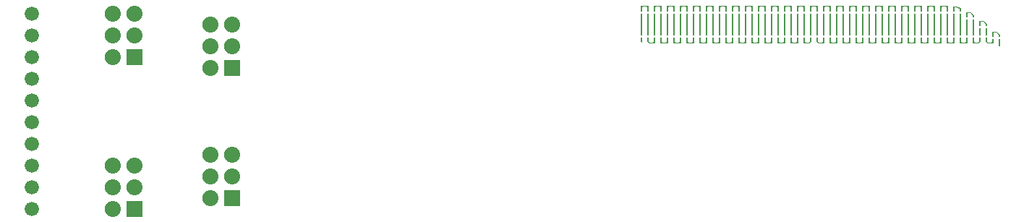
<source format=gbr>
%FSLAX46Y46*%
G04 Gerber Fmt 4.6, Leading zero omitted, Abs format (unit mm)*
G04 Created by KiCad (PCBNEW (2014-08-29 BZR 5106)-product) date Thu 20 Nov 2014 11:46:28 AM PST*
%MOMM*%
G01*
G04 APERTURE LIST*
%ADD10C,0.100000*%
%ADD11C,1.676400*%
%ADD12R,1.879600X1.879600*%
%ADD13O,1.879600X1.879600*%
%ADD14C,0.076200*%
G04 APERTURE END LIST*
D10*
D11*
X103505000Y-124460000D03*
X103505000Y-121920000D03*
X103505000Y-119380000D03*
X103505000Y-116840000D03*
X103505000Y-114300000D03*
X103505000Y-111760000D03*
X103505000Y-109220000D03*
X103505000Y-106680000D03*
X103505000Y-104140000D03*
X103505000Y-101600000D03*
D12*
X115570000Y-124460000D03*
D13*
X113030000Y-124460000D03*
X115570000Y-121920000D03*
X113030000Y-121920000D03*
X115570000Y-119380000D03*
X113030000Y-119380000D03*
D12*
X115570000Y-106680000D03*
D13*
X113030000Y-106680000D03*
X115570000Y-104140000D03*
X113030000Y-104140000D03*
X115570000Y-101600000D03*
X113030000Y-101600000D03*
D12*
X127000000Y-123190000D03*
D13*
X124460000Y-123190000D03*
X127000000Y-120650000D03*
X124460000Y-120650000D03*
X127000000Y-118110000D03*
X124460000Y-118110000D03*
D12*
X127000000Y-107950000D03*
D13*
X124460000Y-107950000D03*
X127000000Y-105410000D03*
X124460000Y-105410000D03*
X127000000Y-102870000D03*
X124460000Y-102870000D03*
D14*
G36*
X176428400Y-105054400D02*
X176276000Y-105054400D01*
X175783782Y-105054400D01*
X175615600Y-104886218D01*
X175615600Y-104432100D01*
X175666400Y-104432100D01*
X175666400Y-104854282D01*
X175815718Y-105003600D01*
X176228282Y-105003600D01*
X176377600Y-104854282D01*
X176377600Y-104432100D01*
X176428400Y-104432100D01*
X176428400Y-105054400D01*
X176428400Y-105054400D01*
G37*
X176428400Y-105054400D02*
X176276000Y-105054400D01*
X175783782Y-105054400D01*
X175615600Y-104886218D01*
X175615600Y-104432100D01*
X175666400Y-104432100D01*
X175666400Y-104854282D01*
X175815718Y-105003600D01*
X176228282Y-105003600D01*
X176377600Y-104854282D01*
X176377600Y-104432100D01*
X176428400Y-104432100D01*
X176428400Y-105054400D01*
G36*
X177952400Y-105054400D02*
X177800000Y-105054400D01*
X177292000Y-105054400D01*
X177139600Y-105054400D01*
X177139600Y-104432100D01*
X177190400Y-104432100D01*
X177190400Y-104854282D01*
X177339718Y-105003600D01*
X177752282Y-105003600D01*
X177901600Y-104854282D01*
X177901600Y-104432100D01*
X177952400Y-104432100D01*
X177952400Y-105054400D01*
X177952400Y-105054400D01*
G37*
X177952400Y-105054400D02*
X177800000Y-105054400D01*
X177292000Y-105054400D01*
X177139600Y-105054400D01*
X177139600Y-104432100D01*
X177190400Y-104432100D01*
X177190400Y-104854282D01*
X177339718Y-105003600D01*
X177752282Y-105003600D01*
X177901600Y-104854282D01*
X177901600Y-104432100D01*
X177952400Y-104432100D01*
X177952400Y-105054400D01*
G36*
X179476400Y-105054400D02*
X179324000Y-105054400D01*
X178816000Y-105054400D01*
X178663600Y-105054400D01*
X178663600Y-104432100D01*
X178714400Y-104432100D01*
X178714400Y-104854282D01*
X178863718Y-105003600D01*
X179276282Y-105003600D01*
X179425600Y-104854282D01*
X179425600Y-104432100D01*
X179476400Y-104432100D01*
X179476400Y-105054400D01*
X179476400Y-105054400D01*
G37*
X179476400Y-105054400D02*
X179324000Y-105054400D01*
X178816000Y-105054400D01*
X178663600Y-105054400D01*
X178663600Y-104432100D01*
X178714400Y-104432100D01*
X178714400Y-104854282D01*
X178863718Y-105003600D01*
X179276282Y-105003600D01*
X179425600Y-104854282D01*
X179425600Y-104432100D01*
X179476400Y-104432100D01*
X179476400Y-105054400D01*
G36*
X181000400Y-105054400D02*
X180848000Y-105054400D01*
X180340000Y-105054400D01*
X180187600Y-105054400D01*
X180187600Y-104432100D01*
X180238400Y-104432100D01*
X180238400Y-104854282D01*
X180387718Y-105003600D01*
X180800282Y-105003600D01*
X180949600Y-104854282D01*
X180949600Y-104432100D01*
X181000400Y-104432100D01*
X181000400Y-105054400D01*
X181000400Y-105054400D01*
G37*
X181000400Y-105054400D02*
X180848000Y-105054400D01*
X180340000Y-105054400D01*
X180187600Y-105054400D01*
X180187600Y-104432100D01*
X180238400Y-104432100D01*
X180238400Y-104854282D01*
X180387718Y-105003600D01*
X180800282Y-105003600D01*
X180949600Y-104854282D01*
X180949600Y-104432100D01*
X181000400Y-104432100D01*
X181000400Y-105054400D01*
G36*
X182524400Y-105054400D02*
X182372000Y-105054400D01*
X181864000Y-105054400D01*
X181711600Y-105054400D01*
X181711600Y-104432100D01*
X181762400Y-104432100D01*
X181762400Y-104854282D01*
X181911718Y-105003600D01*
X182324282Y-105003600D01*
X182473600Y-104854282D01*
X182473600Y-104432100D01*
X182524400Y-104432100D01*
X182524400Y-105054400D01*
X182524400Y-105054400D01*
G37*
X182524400Y-105054400D02*
X182372000Y-105054400D01*
X181864000Y-105054400D01*
X181711600Y-105054400D01*
X181711600Y-104432100D01*
X181762400Y-104432100D01*
X181762400Y-104854282D01*
X181911718Y-105003600D01*
X182324282Y-105003600D01*
X182473600Y-104854282D01*
X182473600Y-104432100D01*
X182524400Y-104432100D01*
X182524400Y-105054400D01*
G36*
X184048400Y-105054400D02*
X183896000Y-105054400D01*
X183388000Y-105054400D01*
X183235600Y-105054400D01*
X183235600Y-104432100D01*
X183286400Y-104432100D01*
X183286400Y-104854282D01*
X183435718Y-105003600D01*
X183848282Y-105003600D01*
X183997600Y-104854282D01*
X183997600Y-104432100D01*
X184048400Y-104432100D01*
X184048400Y-105054400D01*
X184048400Y-105054400D01*
G37*
X184048400Y-105054400D02*
X183896000Y-105054400D01*
X183388000Y-105054400D01*
X183235600Y-105054400D01*
X183235600Y-104432100D01*
X183286400Y-104432100D01*
X183286400Y-104854282D01*
X183435718Y-105003600D01*
X183848282Y-105003600D01*
X183997600Y-104854282D01*
X183997600Y-104432100D01*
X184048400Y-104432100D01*
X184048400Y-105054400D01*
G36*
X185572400Y-105054400D02*
X185420000Y-105054400D01*
X184912000Y-105054400D01*
X184759600Y-105054400D01*
X184759600Y-104432100D01*
X184810400Y-104432100D01*
X184810400Y-104854282D01*
X184959718Y-105003600D01*
X185372282Y-105003600D01*
X185521600Y-104854282D01*
X185521600Y-104432100D01*
X185572400Y-104432100D01*
X185572400Y-105054400D01*
X185572400Y-105054400D01*
G37*
X185572400Y-105054400D02*
X185420000Y-105054400D01*
X184912000Y-105054400D01*
X184759600Y-105054400D01*
X184759600Y-104432100D01*
X184810400Y-104432100D01*
X184810400Y-104854282D01*
X184959718Y-105003600D01*
X185372282Y-105003600D01*
X185521600Y-104854282D01*
X185521600Y-104432100D01*
X185572400Y-104432100D01*
X185572400Y-105054400D01*
G36*
X187096400Y-105054400D02*
X186944000Y-105054400D01*
X186436000Y-105054400D01*
X186283600Y-105054400D01*
X186283600Y-104432100D01*
X186334400Y-104432100D01*
X186334400Y-104854282D01*
X186483718Y-105003600D01*
X186896282Y-105003600D01*
X187045600Y-104854282D01*
X187045600Y-104432100D01*
X187096400Y-104432100D01*
X187096400Y-105054400D01*
X187096400Y-105054400D01*
G37*
X187096400Y-105054400D02*
X186944000Y-105054400D01*
X186436000Y-105054400D01*
X186283600Y-105054400D01*
X186283600Y-104432100D01*
X186334400Y-104432100D01*
X186334400Y-104854282D01*
X186483718Y-105003600D01*
X186896282Y-105003600D01*
X187045600Y-104854282D01*
X187045600Y-104432100D01*
X187096400Y-104432100D01*
X187096400Y-105054400D01*
G36*
X188620400Y-105054400D02*
X188468000Y-105054400D01*
X187960000Y-105054400D01*
X187807600Y-105054400D01*
X187807600Y-104432100D01*
X187858400Y-104432100D01*
X187858400Y-104854282D01*
X188007718Y-105003600D01*
X188420282Y-105003600D01*
X188569600Y-104854282D01*
X188569600Y-104432100D01*
X188620400Y-104432100D01*
X188620400Y-105054400D01*
X188620400Y-105054400D01*
G37*
X188620400Y-105054400D02*
X188468000Y-105054400D01*
X187960000Y-105054400D01*
X187807600Y-105054400D01*
X187807600Y-104432100D01*
X187858400Y-104432100D01*
X187858400Y-104854282D01*
X188007718Y-105003600D01*
X188420282Y-105003600D01*
X188569600Y-104854282D01*
X188569600Y-104432100D01*
X188620400Y-104432100D01*
X188620400Y-105054400D01*
G36*
X190144400Y-105054400D02*
X189992000Y-105054400D01*
X189484000Y-105054400D01*
X189331600Y-105054400D01*
X189331600Y-104432100D01*
X189382400Y-104432100D01*
X189382400Y-104854282D01*
X189531718Y-105003600D01*
X189944282Y-105003600D01*
X190093600Y-104854282D01*
X190093600Y-104432100D01*
X190144400Y-104432100D01*
X190144400Y-105054400D01*
X190144400Y-105054400D01*
G37*
X190144400Y-105054400D02*
X189992000Y-105054400D01*
X189484000Y-105054400D01*
X189331600Y-105054400D01*
X189331600Y-104432100D01*
X189382400Y-104432100D01*
X189382400Y-104854282D01*
X189531718Y-105003600D01*
X189944282Y-105003600D01*
X190093600Y-104854282D01*
X190093600Y-104432100D01*
X190144400Y-104432100D01*
X190144400Y-105054400D01*
G36*
X191668400Y-105054400D02*
X191516000Y-105054400D01*
X191008000Y-105054400D01*
X190855600Y-105054400D01*
X190855600Y-104432100D01*
X190906400Y-104432100D01*
X190906400Y-104854282D01*
X191055718Y-105003600D01*
X191468282Y-105003600D01*
X191617600Y-104854282D01*
X191617600Y-104432100D01*
X191668400Y-104432100D01*
X191668400Y-105054400D01*
X191668400Y-105054400D01*
G37*
X191668400Y-105054400D02*
X191516000Y-105054400D01*
X191008000Y-105054400D01*
X190855600Y-105054400D01*
X190855600Y-104432100D01*
X190906400Y-104432100D01*
X190906400Y-104854282D01*
X191055718Y-105003600D01*
X191468282Y-105003600D01*
X191617600Y-104854282D01*
X191617600Y-104432100D01*
X191668400Y-104432100D01*
X191668400Y-105054400D01*
G36*
X193192400Y-105054400D02*
X193040000Y-105054400D01*
X192532000Y-105054400D01*
X192379600Y-105054400D01*
X192379600Y-104432100D01*
X192430400Y-104432100D01*
X192430400Y-104854282D01*
X192579718Y-105003600D01*
X192992282Y-105003600D01*
X193141600Y-104854282D01*
X193141600Y-104432100D01*
X193192400Y-104432100D01*
X193192400Y-105054400D01*
X193192400Y-105054400D01*
G37*
X193192400Y-105054400D02*
X193040000Y-105054400D01*
X192532000Y-105054400D01*
X192379600Y-105054400D01*
X192379600Y-104432100D01*
X192430400Y-104432100D01*
X192430400Y-104854282D01*
X192579718Y-105003600D01*
X192992282Y-105003600D01*
X193141600Y-104854282D01*
X193141600Y-104432100D01*
X193192400Y-104432100D01*
X193192400Y-105054400D01*
G36*
X194716400Y-104886218D02*
X194548218Y-105054400D01*
X194056000Y-105054400D01*
X193903600Y-105054400D01*
X193903600Y-104432100D01*
X193954400Y-104432100D01*
X193954400Y-104854282D01*
X194103718Y-105003600D01*
X194516282Y-105003600D01*
X194665600Y-104854282D01*
X194665600Y-104432100D01*
X194716400Y-104432100D01*
X194716400Y-104886218D01*
X194716400Y-104886218D01*
G37*
X194716400Y-104886218D02*
X194548218Y-105054400D01*
X194056000Y-105054400D01*
X193903600Y-105054400D01*
X193903600Y-104432100D01*
X193954400Y-104432100D01*
X193954400Y-104854282D01*
X194103718Y-105003600D01*
X194516282Y-105003600D01*
X194665600Y-104854282D01*
X194665600Y-104432100D01*
X194716400Y-104432100D01*
X194716400Y-104886218D01*
G36*
X196240400Y-105054400D02*
X196088000Y-105054400D01*
X195595782Y-105054400D01*
X195427600Y-104886218D01*
X195427600Y-104432100D01*
X195478400Y-104432100D01*
X195478400Y-104854282D01*
X195627718Y-105003600D01*
X196040282Y-105003600D01*
X196189600Y-104854282D01*
X196189600Y-104432100D01*
X196240400Y-104432100D01*
X196240400Y-105054400D01*
X196240400Y-105054400D01*
G37*
X196240400Y-105054400D02*
X196088000Y-105054400D01*
X195595782Y-105054400D01*
X195427600Y-104886218D01*
X195427600Y-104432100D01*
X195478400Y-104432100D01*
X195478400Y-104854282D01*
X195627718Y-105003600D01*
X196040282Y-105003600D01*
X196189600Y-104854282D01*
X196189600Y-104432100D01*
X196240400Y-104432100D01*
X196240400Y-105054400D01*
G36*
X197764400Y-105054400D02*
X197612000Y-105054400D01*
X197104000Y-105054400D01*
X196951600Y-105054400D01*
X196951600Y-104432100D01*
X197002400Y-104432100D01*
X197002400Y-104854282D01*
X197151718Y-105003600D01*
X197564282Y-105003600D01*
X197713600Y-104854282D01*
X197713600Y-104432100D01*
X197764400Y-104432100D01*
X197764400Y-105054400D01*
X197764400Y-105054400D01*
G37*
X197764400Y-105054400D02*
X197612000Y-105054400D01*
X197104000Y-105054400D01*
X196951600Y-105054400D01*
X196951600Y-104432100D01*
X197002400Y-104432100D01*
X197002400Y-104854282D01*
X197151718Y-105003600D01*
X197564282Y-105003600D01*
X197713600Y-104854282D01*
X197713600Y-104432100D01*
X197764400Y-104432100D01*
X197764400Y-105054400D01*
G36*
X199288400Y-105054400D02*
X199136000Y-105054400D01*
X198628000Y-105054400D01*
X198475600Y-105054400D01*
X198475600Y-104432100D01*
X198526400Y-104432100D01*
X198526400Y-104854282D01*
X198675718Y-105003600D01*
X199088282Y-105003600D01*
X199237600Y-104854282D01*
X199237600Y-104432100D01*
X199288400Y-104432100D01*
X199288400Y-105054400D01*
X199288400Y-105054400D01*
G37*
X199288400Y-105054400D02*
X199136000Y-105054400D01*
X198628000Y-105054400D01*
X198475600Y-105054400D01*
X198475600Y-104432100D01*
X198526400Y-104432100D01*
X198526400Y-104854282D01*
X198675718Y-105003600D01*
X199088282Y-105003600D01*
X199237600Y-104854282D01*
X199237600Y-104432100D01*
X199288400Y-104432100D01*
X199288400Y-105054400D01*
G36*
X200812400Y-105054400D02*
X200660000Y-105054400D01*
X200152000Y-105054400D01*
X199999600Y-105054400D01*
X199999600Y-104432100D01*
X200050400Y-104432100D01*
X200050400Y-104854282D01*
X200199718Y-105003600D01*
X200612282Y-105003600D01*
X200761600Y-104854282D01*
X200761600Y-104432100D01*
X200812400Y-104432100D01*
X200812400Y-105054400D01*
X200812400Y-105054400D01*
G37*
X200812400Y-105054400D02*
X200660000Y-105054400D01*
X200152000Y-105054400D01*
X199999600Y-105054400D01*
X199999600Y-104432100D01*
X200050400Y-104432100D01*
X200050400Y-104854282D01*
X200199718Y-105003600D01*
X200612282Y-105003600D01*
X200761600Y-104854282D01*
X200761600Y-104432100D01*
X200812400Y-104432100D01*
X200812400Y-105054400D01*
G36*
X202336400Y-105054400D02*
X202184000Y-105054400D01*
X201676000Y-105054400D01*
X201523600Y-105054400D01*
X201523600Y-104432100D01*
X201574400Y-104432100D01*
X201574400Y-104854282D01*
X201723718Y-105003600D01*
X202136282Y-105003600D01*
X202285600Y-104854282D01*
X202285600Y-104432100D01*
X202336400Y-104432100D01*
X202336400Y-105054400D01*
X202336400Y-105054400D01*
G37*
X202336400Y-105054400D02*
X202184000Y-105054400D01*
X201676000Y-105054400D01*
X201523600Y-105054400D01*
X201523600Y-104432100D01*
X201574400Y-104432100D01*
X201574400Y-104854282D01*
X201723718Y-105003600D01*
X202136282Y-105003600D01*
X202285600Y-104854282D01*
X202285600Y-104432100D01*
X202336400Y-104432100D01*
X202336400Y-105054400D01*
G36*
X203860400Y-105054400D02*
X203708000Y-105054400D01*
X203200000Y-105054400D01*
X203047600Y-105054400D01*
X203047600Y-104432100D01*
X203098400Y-104432100D01*
X203098400Y-104854282D01*
X203247718Y-105003600D01*
X203660282Y-105003600D01*
X203809600Y-104854282D01*
X203809600Y-104432100D01*
X203860400Y-104432100D01*
X203860400Y-105054400D01*
X203860400Y-105054400D01*
G37*
X203860400Y-105054400D02*
X203708000Y-105054400D01*
X203200000Y-105054400D01*
X203047600Y-105054400D01*
X203047600Y-104432100D01*
X203098400Y-104432100D01*
X203098400Y-104854282D01*
X203247718Y-105003600D01*
X203660282Y-105003600D01*
X203809600Y-104854282D01*
X203809600Y-104432100D01*
X203860400Y-104432100D01*
X203860400Y-105054400D01*
G36*
X205384400Y-105054400D02*
X205232000Y-105054400D01*
X204724000Y-105054400D01*
X204571600Y-105054400D01*
X204571600Y-104432100D01*
X204622400Y-104432100D01*
X204622400Y-104854282D01*
X204771718Y-105003600D01*
X205184282Y-105003600D01*
X205333600Y-104854282D01*
X205333600Y-104432100D01*
X205384400Y-104432100D01*
X205384400Y-105054400D01*
X205384400Y-105054400D01*
G37*
X205384400Y-105054400D02*
X205232000Y-105054400D01*
X204724000Y-105054400D01*
X204571600Y-105054400D01*
X204571600Y-104432100D01*
X204622400Y-104432100D01*
X204622400Y-104854282D01*
X204771718Y-105003600D01*
X205184282Y-105003600D01*
X205333600Y-104854282D01*
X205333600Y-104432100D01*
X205384400Y-104432100D01*
X205384400Y-105054400D01*
G36*
X206908400Y-105054400D02*
X206756000Y-105054400D01*
X206248000Y-105054400D01*
X206095600Y-105054400D01*
X206095600Y-104432100D01*
X206146400Y-104432100D01*
X206146400Y-104854282D01*
X206295718Y-105003600D01*
X206708282Y-105003600D01*
X206857600Y-104854282D01*
X206857600Y-104432100D01*
X206908400Y-104432100D01*
X206908400Y-105054400D01*
X206908400Y-105054400D01*
G37*
X206908400Y-105054400D02*
X206756000Y-105054400D01*
X206248000Y-105054400D01*
X206095600Y-105054400D01*
X206095600Y-104432100D01*
X206146400Y-104432100D01*
X206146400Y-104854282D01*
X206295718Y-105003600D01*
X206708282Y-105003600D01*
X206857600Y-104854282D01*
X206857600Y-104432100D01*
X206908400Y-104432100D01*
X206908400Y-105054400D01*
G36*
X208432400Y-105054400D02*
X208280000Y-105054400D01*
X207772000Y-105054400D01*
X207619600Y-105054400D01*
X207619600Y-104432100D01*
X207670400Y-104432100D01*
X207670400Y-104854282D01*
X207819718Y-105003600D01*
X208232282Y-105003600D01*
X208381600Y-104854282D01*
X208381600Y-104432100D01*
X208432400Y-104432100D01*
X208432400Y-105054400D01*
X208432400Y-105054400D01*
G37*
X208432400Y-105054400D02*
X208280000Y-105054400D01*
X207772000Y-105054400D01*
X207619600Y-105054400D01*
X207619600Y-104432100D01*
X207670400Y-104432100D01*
X207670400Y-104854282D01*
X207819718Y-105003600D01*
X208232282Y-105003600D01*
X208381600Y-104854282D01*
X208381600Y-104432100D01*
X208432400Y-104432100D01*
X208432400Y-105054400D01*
G36*
X209956400Y-105054400D02*
X209804000Y-105054400D01*
X209296000Y-105054400D01*
X209143600Y-105054400D01*
X209143600Y-104432100D01*
X209194400Y-104432100D01*
X209194400Y-104854282D01*
X209343718Y-105003600D01*
X209756282Y-105003600D01*
X209905600Y-104854282D01*
X209905600Y-104432100D01*
X209956400Y-104432100D01*
X209956400Y-105054400D01*
X209956400Y-105054400D01*
G37*
X209956400Y-105054400D02*
X209804000Y-105054400D01*
X209296000Y-105054400D01*
X209143600Y-105054400D01*
X209143600Y-104432100D01*
X209194400Y-104432100D01*
X209194400Y-104854282D01*
X209343718Y-105003600D01*
X209756282Y-105003600D01*
X209905600Y-104854282D01*
X209905600Y-104432100D01*
X209956400Y-104432100D01*
X209956400Y-105054400D01*
G36*
X211480400Y-105054400D02*
X211328000Y-105054400D01*
X210820000Y-105054400D01*
X210667600Y-105054400D01*
X210667600Y-104432100D01*
X210718400Y-104432100D01*
X210718400Y-104854282D01*
X210867718Y-105003600D01*
X211280282Y-105003600D01*
X211429600Y-104854282D01*
X211429600Y-104432100D01*
X211480400Y-104432100D01*
X211480400Y-105054400D01*
X211480400Y-105054400D01*
G37*
X211480400Y-105054400D02*
X211328000Y-105054400D01*
X210820000Y-105054400D01*
X210667600Y-105054400D01*
X210667600Y-104432100D01*
X210718400Y-104432100D01*
X210718400Y-104854282D01*
X210867718Y-105003600D01*
X211280282Y-105003600D01*
X211429600Y-104854282D01*
X211429600Y-104432100D01*
X211480400Y-104432100D01*
X211480400Y-105054400D01*
G36*
X213004400Y-105054400D02*
X212852000Y-105054400D01*
X212344000Y-105054400D01*
X212191600Y-105054400D01*
X212191600Y-104432100D01*
X212242400Y-104432100D01*
X212242400Y-104854282D01*
X212391718Y-105003600D01*
X212804282Y-105003600D01*
X212953600Y-104854282D01*
X212953600Y-104432100D01*
X213004400Y-104432100D01*
X213004400Y-105054400D01*
X213004400Y-105054400D01*
G37*
X213004400Y-105054400D02*
X212852000Y-105054400D01*
X212344000Y-105054400D01*
X212191600Y-105054400D01*
X212191600Y-104432100D01*
X212242400Y-104432100D01*
X212242400Y-104854282D01*
X212391718Y-105003600D01*
X212804282Y-105003600D01*
X212953600Y-104854282D01*
X212953600Y-104432100D01*
X213004400Y-104432100D01*
X213004400Y-105054400D01*
G36*
X214528400Y-104886218D02*
X214360218Y-105054400D01*
X213868000Y-105054400D01*
X213715600Y-105054400D01*
X213715600Y-104432100D01*
X213766400Y-104432100D01*
X213766400Y-104854282D01*
X213915718Y-105003600D01*
X214328282Y-105003600D01*
X214477600Y-104854282D01*
X214477600Y-104432100D01*
X214528400Y-104432100D01*
X214528400Y-104886218D01*
X214528400Y-104886218D01*
G37*
X214528400Y-104886218D02*
X214360218Y-105054400D01*
X213868000Y-105054400D01*
X213715600Y-105054400D01*
X213715600Y-104432100D01*
X213766400Y-104432100D01*
X213766400Y-104854282D01*
X213915718Y-105003600D01*
X214328282Y-105003600D01*
X214477600Y-104854282D01*
X214477600Y-104432100D01*
X214528400Y-104432100D01*
X214528400Y-104886218D01*
G36*
X216052400Y-105054400D02*
X215900000Y-105054400D01*
X215407782Y-105054400D01*
X215239600Y-104886218D01*
X215239600Y-104432100D01*
X215290400Y-104432100D01*
X215290400Y-104854282D01*
X215439718Y-105003600D01*
X215852282Y-105003600D01*
X216001600Y-104854282D01*
X216001600Y-104559100D01*
X216052400Y-104559100D01*
X216052400Y-105054400D01*
X216052400Y-105054400D01*
G37*
X216052400Y-105054400D02*
X215900000Y-105054400D01*
X215407782Y-105054400D01*
X215239600Y-104886218D01*
X215239600Y-104432100D01*
X215290400Y-104432100D01*
X215290400Y-104854282D01*
X215439718Y-105003600D01*
X215852282Y-105003600D01*
X216001600Y-104854282D01*
X216001600Y-104559100D01*
X216052400Y-104559100D01*
X216052400Y-105054400D01*
G36*
X210718400Y-101307900D02*
X210667600Y-101307900D01*
X210667600Y-100885718D01*
X210518282Y-100736400D01*
X210105718Y-100736400D01*
X209956400Y-100885718D01*
X209956400Y-101307900D01*
X209905600Y-101307900D01*
X209905600Y-100685600D01*
X210058000Y-100685600D01*
X210566000Y-100685600D01*
X210718400Y-100685600D01*
X210718400Y-101307900D01*
X210718400Y-101307900D01*
G37*
X210718400Y-101307900D02*
X210667600Y-101307900D01*
X210667600Y-100885718D01*
X210518282Y-100736400D01*
X210105718Y-100736400D01*
X209956400Y-100885718D01*
X209956400Y-101307900D01*
X209905600Y-101307900D01*
X209905600Y-100685600D01*
X210058000Y-100685600D01*
X210566000Y-100685600D01*
X210718400Y-100685600D01*
X210718400Y-101307900D01*
G36*
X209194400Y-101307900D02*
X209143600Y-101307900D01*
X209143600Y-100885718D01*
X208994282Y-100736400D01*
X208581718Y-100736400D01*
X208432400Y-100885718D01*
X208432400Y-101307900D01*
X208381600Y-101307900D01*
X208381600Y-100685600D01*
X208534000Y-100685600D01*
X209042000Y-100685600D01*
X209194400Y-100685600D01*
X209194400Y-101307900D01*
X209194400Y-101307900D01*
G37*
X209194400Y-101307900D02*
X209143600Y-101307900D01*
X209143600Y-100885718D01*
X208994282Y-100736400D01*
X208581718Y-100736400D01*
X208432400Y-100885718D01*
X208432400Y-101307900D01*
X208381600Y-101307900D01*
X208381600Y-100685600D01*
X208534000Y-100685600D01*
X209042000Y-100685600D01*
X209194400Y-100685600D01*
X209194400Y-101307900D01*
G36*
X207670400Y-101307900D02*
X207619600Y-101307900D01*
X207619600Y-100885718D01*
X207470282Y-100736400D01*
X207057718Y-100736400D01*
X206908400Y-100885718D01*
X206908400Y-101307900D01*
X206857600Y-101307900D01*
X206857600Y-100685600D01*
X207010000Y-100685600D01*
X207518000Y-100685600D01*
X207670400Y-100685600D01*
X207670400Y-101307900D01*
X207670400Y-101307900D01*
G37*
X207670400Y-101307900D02*
X207619600Y-101307900D01*
X207619600Y-100885718D01*
X207470282Y-100736400D01*
X207057718Y-100736400D01*
X206908400Y-100885718D01*
X206908400Y-101307900D01*
X206857600Y-101307900D01*
X206857600Y-100685600D01*
X207010000Y-100685600D01*
X207518000Y-100685600D01*
X207670400Y-100685600D01*
X207670400Y-101307900D01*
G36*
X206146400Y-101307900D02*
X206095600Y-101307900D01*
X206095600Y-100885718D01*
X205946282Y-100736400D01*
X205533718Y-100736400D01*
X205384400Y-100885718D01*
X205384400Y-101307900D01*
X205333600Y-101307900D01*
X205333600Y-100685600D01*
X205486000Y-100685600D01*
X205994000Y-100685600D01*
X206146400Y-100685600D01*
X206146400Y-101307900D01*
X206146400Y-101307900D01*
G37*
X206146400Y-101307900D02*
X206095600Y-101307900D01*
X206095600Y-100885718D01*
X205946282Y-100736400D01*
X205533718Y-100736400D01*
X205384400Y-100885718D01*
X205384400Y-101307900D01*
X205333600Y-101307900D01*
X205333600Y-100685600D01*
X205486000Y-100685600D01*
X205994000Y-100685600D01*
X206146400Y-100685600D01*
X206146400Y-101307900D01*
G36*
X204622400Y-101307900D02*
X204571600Y-101307900D01*
X204571600Y-100885718D01*
X204422282Y-100736400D01*
X204009718Y-100736400D01*
X203860400Y-100885718D01*
X203860400Y-101307900D01*
X203809600Y-101307900D01*
X203809600Y-100685600D01*
X203962000Y-100685600D01*
X204470000Y-100685600D01*
X204622400Y-100685600D01*
X204622400Y-101307900D01*
X204622400Y-101307900D01*
G37*
X204622400Y-101307900D02*
X204571600Y-101307900D01*
X204571600Y-100885718D01*
X204422282Y-100736400D01*
X204009718Y-100736400D01*
X203860400Y-100885718D01*
X203860400Y-101307900D01*
X203809600Y-101307900D01*
X203809600Y-100685600D01*
X203962000Y-100685600D01*
X204470000Y-100685600D01*
X204622400Y-100685600D01*
X204622400Y-101307900D01*
G36*
X203098400Y-101307900D02*
X203047600Y-101307900D01*
X203047600Y-100885718D01*
X202898282Y-100736400D01*
X202485718Y-100736400D01*
X202336400Y-100885718D01*
X202336400Y-101307900D01*
X202285600Y-101307900D01*
X202285600Y-100685600D01*
X202438000Y-100685600D01*
X202946000Y-100685600D01*
X203098400Y-100685600D01*
X203098400Y-101307900D01*
X203098400Y-101307900D01*
G37*
X203098400Y-101307900D02*
X203047600Y-101307900D01*
X203047600Y-100885718D01*
X202898282Y-100736400D01*
X202485718Y-100736400D01*
X202336400Y-100885718D01*
X202336400Y-101307900D01*
X202285600Y-101307900D01*
X202285600Y-100685600D01*
X202438000Y-100685600D01*
X202946000Y-100685600D01*
X203098400Y-100685600D01*
X203098400Y-101307900D01*
G36*
X201574400Y-101307900D02*
X201523600Y-101307900D01*
X201523600Y-100885718D01*
X201374282Y-100736400D01*
X200961718Y-100736400D01*
X200812400Y-100885718D01*
X200812400Y-101307900D01*
X200761600Y-101307900D01*
X200761600Y-100685600D01*
X200914000Y-100685600D01*
X201422000Y-100685600D01*
X201574400Y-100685600D01*
X201574400Y-101307900D01*
X201574400Y-101307900D01*
G37*
X201574400Y-101307900D02*
X201523600Y-101307900D01*
X201523600Y-100885718D01*
X201374282Y-100736400D01*
X200961718Y-100736400D01*
X200812400Y-100885718D01*
X200812400Y-101307900D01*
X200761600Y-101307900D01*
X200761600Y-100685600D01*
X200914000Y-100685600D01*
X201422000Y-100685600D01*
X201574400Y-100685600D01*
X201574400Y-101307900D01*
G36*
X200050400Y-101307900D02*
X199999600Y-101307900D01*
X199999600Y-100885718D01*
X199850282Y-100736400D01*
X199437718Y-100736400D01*
X199288400Y-100885718D01*
X199288400Y-101307900D01*
X199237600Y-101307900D01*
X199237600Y-100685600D01*
X199390000Y-100685600D01*
X199898000Y-100685600D01*
X200050400Y-100685600D01*
X200050400Y-101307900D01*
X200050400Y-101307900D01*
G37*
X200050400Y-101307900D02*
X199999600Y-101307900D01*
X199999600Y-100885718D01*
X199850282Y-100736400D01*
X199437718Y-100736400D01*
X199288400Y-100885718D01*
X199288400Y-101307900D01*
X199237600Y-101307900D01*
X199237600Y-100685600D01*
X199390000Y-100685600D01*
X199898000Y-100685600D01*
X200050400Y-100685600D01*
X200050400Y-101307900D01*
G36*
X198526400Y-101307900D02*
X198475600Y-101307900D01*
X198475600Y-100885718D01*
X198326282Y-100736400D01*
X197913718Y-100736400D01*
X197764400Y-100885718D01*
X197764400Y-101307900D01*
X197713600Y-101307900D01*
X197713600Y-100685600D01*
X197866000Y-100685600D01*
X198374000Y-100685600D01*
X198526400Y-100685600D01*
X198526400Y-101307900D01*
X198526400Y-101307900D01*
G37*
X198526400Y-101307900D02*
X198475600Y-101307900D01*
X198475600Y-100885718D01*
X198326282Y-100736400D01*
X197913718Y-100736400D01*
X197764400Y-100885718D01*
X197764400Y-101307900D01*
X197713600Y-101307900D01*
X197713600Y-100685600D01*
X197866000Y-100685600D01*
X198374000Y-100685600D01*
X198526400Y-100685600D01*
X198526400Y-101307900D01*
G36*
X197002400Y-101307900D02*
X196951600Y-101307900D01*
X196951600Y-100885718D01*
X196802282Y-100736400D01*
X196389718Y-100736400D01*
X196240400Y-100885718D01*
X196240400Y-101307900D01*
X196189600Y-101307900D01*
X196189600Y-100685600D01*
X196342000Y-100685600D01*
X196850000Y-100685600D01*
X197002400Y-100685600D01*
X197002400Y-101307900D01*
X197002400Y-101307900D01*
G37*
X197002400Y-101307900D02*
X196951600Y-101307900D01*
X196951600Y-100885718D01*
X196802282Y-100736400D01*
X196389718Y-100736400D01*
X196240400Y-100885718D01*
X196240400Y-101307900D01*
X196189600Y-101307900D01*
X196189600Y-100685600D01*
X196342000Y-100685600D01*
X196850000Y-100685600D01*
X197002400Y-100685600D01*
X197002400Y-101307900D01*
G36*
X195478400Y-101307900D02*
X195427600Y-101307900D01*
X195427600Y-100885718D01*
X195278282Y-100736400D01*
X194865718Y-100736400D01*
X194716400Y-100885718D01*
X194716400Y-101307900D01*
X194665600Y-101307900D01*
X194665600Y-100685600D01*
X194818000Y-100685600D01*
X195326000Y-100685600D01*
X195478400Y-100685600D01*
X195478400Y-101307900D01*
X195478400Y-101307900D01*
G37*
X195478400Y-101307900D02*
X195427600Y-101307900D01*
X195427600Y-100885718D01*
X195278282Y-100736400D01*
X194865718Y-100736400D01*
X194716400Y-100885718D01*
X194716400Y-101307900D01*
X194665600Y-101307900D01*
X194665600Y-100685600D01*
X194818000Y-100685600D01*
X195326000Y-100685600D01*
X195478400Y-100685600D01*
X195478400Y-101307900D01*
G36*
X193954400Y-101307900D02*
X193903600Y-101307900D01*
X193903600Y-100885718D01*
X193754282Y-100736400D01*
X193341718Y-100736400D01*
X193192400Y-100885718D01*
X193192400Y-101307900D01*
X193141600Y-101307900D01*
X193141600Y-100685600D01*
X193294000Y-100685600D01*
X193802000Y-100685600D01*
X193954400Y-100685600D01*
X193954400Y-101307900D01*
X193954400Y-101307900D01*
G37*
X193954400Y-101307900D02*
X193903600Y-101307900D01*
X193903600Y-100885718D01*
X193754282Y-100736400D01*
X193341718Y-100736400D01*
X193192400Y-100885718D01*
X193192400Y-101307900D01*
X193141600Y-101307900D01*
X193141600Y-100685600D01*
X193294000Y-100685600D01*
X193802000Y-100685600D01*
X193954400Y-100685600D01*
X193954400Y-101307900D01*
G36*
X192430400Y-101307900D02*
X192379600Y-101307900D01*
X192379600Y-100885718D01*
X192230282Y-100736400D01*
X191817718Y-100736400D01*
X191668400Y-100885718D01*
X191668400Y-101307900D01*
X191617600Y-101307900D01*
X191617600Y-100685600D01*
X191770000Y-100685600D01*
X192278000Y-100685600D01*
X192430400Y-100685600D01*
X192430400Y-101307900D01*
X192430400Y-101307900D01*
G37*
X192430400Y-101307900D02*
X192379600Y-101307900D01*
X192379600Y-100885718D01*
X192230282Y-100736400D01*
X191817718Y-100736400D01*
X191668400Y-100885718D01*
X191668400Y-101307900D01*
X191617600Y-101307900D01*
X191617600Y-100685600D01*
X191770000Y-100685600D01*
X192278000Y-100685600D01*
X192430400Y-100685600D01*
X192430400Y-101307900D01*
G36*
X190906400Y-101307900D02*
X190855600Y-101307900D01*
X190855600Y-100885718D01*
X190706282Y-100736400D01*
X190293718Y-100736400D01*
X190144400Y-100885718D01*
X190144400Y-101307900D01*
X190093600Y-101307900D01*
X190093600Y-100685600D01*
X190246000Y-100685600D01*
X190754000Y-100685600D01*
X190906400Y-100685600D01*
X190906400Y-101307900D01*
X190906400Y-101307900D01*
G37*
X190906400Y-101307900D02*
X190855600Y-101307900D01*
X190855600Y-100885718D01*
X190706282Y-100736400D01*
X190293718Y-100736400D01*
X190144400Y-100885718D01*
X190144400Y-101307900D01*
X190093600Y-101307900D01*
X190093600Y-100685600D01*
X190246000Y-100685600D01*
X190754000Y-100685600D01*
X190906400Y-100685600D01*
X190906400Y-101307900D01*
G36*
X189382400Y-101307900D02*
X189331600Y-101307900D01*
X189331600Y-100885718D01*
X189182282Y-100736400D01*
X188769718Y-100736400D01*
X188620400Y-100885718D01*
X188620400Y-101307900D01*
X188569600Y-101307900D01*
X188569600Y-100685600D01*
X188722000Y-100685600D01*
X189230000Y-100685600D01*
X189382400Y-100685600D01*
X189382400Y-101307900D01*
X189382400Y-101307900D01*
G37*
X189382400Y-101307900D02*
X189331600Y-101307900D01*
X189331600Y-100885718D01*
X189182282Y-100736400D01*
X188769718Y-100736400D01*
X188620400Y-100885718D01*
X188620400Y-101307900D01*
X188569600Y-101307900D01*
X188569600Y-100685600D01*
X188722000Y-100685600D01*
X189230000Y-100685600D01*
X189382400Y-100685600D01*
X189382400Y-101307900D01*
G36*
X187858400Y-101307900D02*
X187807600Y-101307900D01*
X187807600Y-100885718D01*
X187658282Y-100736400D01*
X187245718Y-100736400D01*
X187096400Y-100885718D01*
X187096400Y-101307900D01*
X187045600Y-101307900D01*
X187045600Y-100685600D01*
X187198000Y-100685600D01*
X187706000Y-100685600D01*
X187858400Y-100685600D01*
X187858400Y-101307900D01*
X187858400Y-101307900D01*
G37*
X187858400Y-101307900D02*
X187807600Y-101307900D01*
X187807600Y-100885718D01*
X187658282Y-100736400D01*
X187245718Y-100736400D01*
X187096400Y-100885718D01*
X187096400Y-101307900D01*
X187045600Y-101307900D01*
X187045600Y-100685600D01*
X187198000Y-100685600D01*
X187706000Y-100685600D01*
X187858400Y-100685600D01*
X187858400Y-101307900D01*
G36*
X186334400Y-101307900D02*
X186283600Y-101307900D01*
X186283600Y-100885718D01*
X186134282Y-100736400D01*
X185721718Y-100736400D01*
X185572400Y-100885718D01*
X185572400Y-101307900D01*
X185521600Y-101307900D01*
X185521600Y-100685600D01*
X185674000Y-100685600D01*
X186182000Y-100685600D01*
X186334400Y-100685600D01*
X186334400Y-101307900D01*
X186334400Y-101307900D01*
G37*
X186334400Y-101307900D02*
X186283600Y-101307900D01*
X186283600Y-100885718D01*
X186134282Y-100736400D01*
X185721718Y-100736400D01*
X185572400Y-100885718D01*
X185572400Y-101307900D01*
X185521600Y-101307900D01*
X185521600Y-100685600D01*
X185674000Y-100685600D01*
X186182000Y-100685600D01*
X186334400Y-100685600D01*
X186334400Y-101307900D01*
G36*
X184810400Y-101307900D02*
X184759600Y-101307900D01*
X184759600Y-100885718D01*
X184610282Y-100736400D01*
X184197718Y-100736400D01*
X184048400Y-100885718D01*
X184048400Y-101307900D01*
X183997600Y-101307900D01*
X183997600Y-100685600D01*
X184150000Y-100685600D01*
X184658000Y-100685600D01*
X184810400Y-100685600D01*
X184810400Y-101307900D01*
X184810400Y-101307900D01*
G37*
X184810400Y-101307900D02*
X184759600Y-101307900D01*
X184759600Y-100885718D01*
X184610282Y-100736400D01*
X184197718Y-100736400D01*
X184048400Y-100885718D01*
X184048400Y-101307900D01*
X183997600Y-101307900D01*
X183997600Y-100685600D01*
X184150000Y-100685600D01*
X184658000Y-100685600D01*
X184810400Y-100685600D01*
X184810400Y-101307900D01*
G36*
X183286400Y-101307900D02*
X183235600Y-101307900D01*
X183235600Y-100885718D01*
X183086282Y-100736400D01*
X182673718Y-100736400D01*
X182524400Y-100885718D01*
X182524400Y-101307900D01*
X182473600Y-101307900D01*
X182473600Y-100685600D01*
X182626000Y-100685600D01*
X183134000Y-100685600D01*
X183286400Y-100685600D01*
X183286400Y-101307900D01*
X183286400Y-101307900D01*
G37*
X183286400Y-101307900D02*
X183235600Y-101307900D01*
X183235600Y-100885718D01*
X183086282Y-100736400D01*
X182673718Y-100736400D01*
X182524400Y-100885718D01*
X182524400Y-101307900D01*
X182473600Y-101307900D01*
X182473600Y-100685600D01*
X182626000Y-100685600D01*
X183134000Y-100685600D01*
X183286400Y-100685600D01*
X183286400Y-101307900D01*
G36*
X181762400Y-101307900D02*
X181711600Y-101307900D01*
X181711600Y-100885718D01*
X181562282Y-100736400D01*
X181149718Y-100736400D01*
X181000400Y-100885718D01*
X181000400Y-101307900D01*
X180949600Y-101307900D01*
X180949600Y-100685600D01*
X181102000Y-100685600D01*
X181610000Y-100685600D01*
X181762400Y-100685600D01*
X181762400Y-101307900D01*
X181762400Y-101307900D01*
G37*
X181762400Y-101307900D02*
X181711600Y-101307900D01*
X181711600Y-100885718D01*
X181562282Y-100736400D01*
X181149718Y-100736400D01*
X181000400Y-100885718D01*
X181000400Y-101307900D01*
X180949600Y-101307900D01*
X180949600Y-100685600D01*
X181102000Y-100685600D01*
X181610000Y-100685600D01*
X181762400Y-100685600D01*
X181762400Y-101307900D01*
G36*
X180238400Y-101307900D02*
X180187600Y-101307900D01*
X180187600Y-100885718D01*
X180038282Y-100736400D01*
X179625718Y-100736400D01*
X179476400Y-100885718D01*
X179476400Y-101307900D01*
X179425600Y-101307900D01*
X179425600Y-100685600D01*
X179578000Y-100685600D01*
X180086000Y-100685600D01*
X180238400Y-100685600D01*
X180238400Y-101307900D01*
X180238400Y-101307900D01*
G37*
X180238400Y-101307900D02*
X180187600Y-101307900D01*
X180187600Y-100885718D01*
X180038282Y-100736400D01*
X179625718Y-100736400D01*
X179476400Y-100885718D01*
X179476400Y-101307900D01*
X179425600Y-101307900D01*
X179425600Y-100685600D01*
X179578000Y-100685600D01*
X180086000Y-100685600D01*
X180238400Y-100685600D01*
X180238400Y-101307900D01*
G36*
X178714400Y-101307900D02*
X178663600Y-101307900D01*
X178663600Y-100885718D01*
X178514282Y-100736400D01*
X178101718Y-100736400D01*
X177952400Y-100885718D01*
X177952400Y-101307900D01*
X177901600Y-101307900D01*
X177901600Y-100685600D01*
X178054000Y-100685600D01*
X178562000Y-100685600D01*
X178714400Y-100685600D01*
X178714400Y-101307900D01*
X178714400Y-101307900D01*
G37*
X178714400Y-101307900D02*
X178663600Y-101307900D01*
X178663600Y-100885718D01*
X178514282Y-100736400D01*
X178101718Y-100736400D01*
X177952400Y-100885718D01*
X177952400Y-101307900D01*
X177901600Y-101307900D01*
X177901600Y-100685600D01*
X178054000Y-100685600D01*
X178562000Y-100685600D01*
X178714400Y-100685600D01*
X178714400Y-101307900D01*
G36*
X177190400Y-101307900D02*
X177139600Y-101307900D01*
X177139600Y-100885718D01*
X176990282Y-100736400D01*
X176577718Y-100736400D01*
X176428400Y-100885718D01*
X176428400Y-101307900D01*
X176377600Y-101307900D01*
X176377600Y-100685600D01*
X176530000Y-100685600D01*
X177038000Y-100685600D01*
X177190400Y-100685600D01*
X177190400Y-101307900D01*
X177190400Y-101307900D01*
G37*
X177190400Y-101307900D02*
X177139600Y-101307900D01*
X177139600Y-100885718D01*
X176990282Y-100736400D01*
X176577718Y-100736400D01*
X176428400Y-100885718D01*
X176428400Y-101307900D01*
X176377600Y-101307900D01*
X176377600Y-100685600D01*
X176530000Y-100685600D01*
X177038000Y-100685600D01*
X177190400Y-100685600D01*
X177190400Y-101307900D01*
G36*
X175666400Y-101307900D02*
X175615600Y-101307900D01*
X175615600Y-100885718D01*
X175466282Y-100736400D01*
X175053718Y-100736400D01*
X174904400Y-100885718D01*
X174904400Y-101307900D01*
X174853600Y-101307900D01*
X174853600Y-100685600D01*
X175006000Y-100685600D01*
X175514000Y-100685600D01*
X175666400Y-100685600D01*
X175666400Y-101307900D01*
X175666400Y-101307900D01*
G37*
X175666400Y-101307900D02*
X175615600Y-101307900D01*
X175615600Y-100885718D01*
X175466282Y-100736400D01*
X175053718Y-100736400D01*
X174904400Y-100885718D01*
X174904400Y-101307900D01*
X174853600Y-101307900D01*
X174853600Y-100685600D01*
X175006000Y-100685600D01*
X175514000Y-100685600D01*
X175666400Y-100685600D01*
X175666400Y-101307900D01*
G36*
X174904400Y-104072747D02*
X174901777Y-104085934D01*
X174896432Y-104093932D01*
X174888434Y-104099277D01*
X174879000Y-104101153D01*
X174869566Y-104099277D01*
X174861568Y-104093932D01*
X174856223Y-104085934D01*
X174853600Y-104072747D01*
X174853600Y-101667253D01*
X174856223Y-101654066D01*
X174861568Y-101646068D01*
X174869566Y-101640723D01*
X174879000Y-101638847D01*
X174888434Y-101640723D01*
X174896432Y-101646068D01*
X174901777Y-101654066D01*
X174904400Y-101667253D01*
X174904400Y-104072747D01*
X174904400Y-104072747D01*
G37*
X174904400Y-104072747D02*
X174901777Y-104085934D01*
X174896432Y-104093932D01*
X174888434Y-104099277D01*
X174879000Y-104101153D01*
X174869566Y-104099277D01*
X174861568Y-104093932D01*
X174856223Y-104085934D01*
X174853600Y-104072747D01*
X174853600Y-101667253D01*
X174856223Y-101654066D01*
X174861568Y-101646068D01*
X174869566Y-101640723D01*
X174879000Y-101638847D01*
X174888434Y-101640723D01*
X174896432Y-101646068D01*
X174901777Y-101654066D01*
X174904400Y-101667253D01*
X174904400Y-104072747D01*
G36*
X175666400Y-104072747D02*
X175663777Y-104085934D01*
X175658432Y-104093932D01*
X175650434Y-104099277D01*
X175641000Y-104101153D01*
X175631566Y-104099277D01*
X175623568Y-104093932D01*
X175618223Y-104085934D01*
X175615600Y-104072747D01*
X175615600Y-101667253D01*
X175618223Y-101654066D01*
X175623568Y-101646068D01*
X175631566Y-101640723D01*
X175641000Y-101638847D01*
X175650434Y-101640723D01*
X175658432Y-101646068D01*
X175663777Y-101654066D01*
X175666400Y-101667253D01*
X175666400Y-104072747D01*
X175666400Y-104072747D01*
G37*
X175666400Y-104072747D02*
X175663777Y-104085934D01*
X175658432Y-104093932D01*
X175650434Y-104099277D01*
X175641000Y-104101153D01*
X175631566Y-104099277D01*
X175623568Y-104093932D01*
X175618223Y-104085934D01*
X175615600Y-104072747D01*
X175615600Y-101667253D01*
X175618223Y-101654066D01*
X175623568Y-101646068D01*
X175631566Y-101640723D01*
X175641000Y-101638847D01*
X175650434Y-101640723D01*
X175658432Y-101646068D01*
X175663777Y-101654066D01*
X175666400Y-101667253D01*
X175666400Y-104072747D01*
G36*
X176428400Y-104072747D02*
X176425777Y-104085934D01*
X176420432Y-104093932D01*
X176412434Y-104099277D01*
X176403000Y-104101153D01*
X176393566Y-104099277D01*
X176385568Y-104093932D01*
X176380223Y-104085934D01*
X176377600Y-104072747D01*
X176377600Y-101667253D01*
X176380223Y-101654066D01*
X176385568Y-101646068D01*
X176393566Y-101640723D01*
X176403000Y-101638847D01*
X176412434Y-101640723D01*
X176420432Y-101646068D01*
X176425777Y-101654066D01*
X176428400Y-101667253D01*
X176428400Y-104072747D01*
X176428400Y-104072747D01*
G37*
X176428400Y-104072747D02*
X176425777Y-104085934D01*
X176420432Y-104093932D01*
X176412434Y-104099277D01*
X176403000Y-104101153D01*
X176393566Y-104099277D01*
X176385568Y-104093932D01*
X176380223Y-104085934D01*
X176377600Y-104072747D01*
X176377600Y-101667253D01*
X176380223Y-101654066D01*
X176385568Y-101646068D01*
X176393566Y-101640723D01*
X176403000Y-101638847D01*
X176412434Y-101640723D01*
X176420432Y-101646068D01*
X176425777Y-101654066D01*
X176428400Y-101667253D01*
X176428400Y-104072747D01*
G36*
X177190400Y-104072747D02*
X177187777Y-104085934D01*
X177182432Y-104093932D01*
X177174434Y-104099277D01*
X177165000Y-104101153D01*
X177155566Y-104099277D01*
X177147568Y-104093932D01*
X177142223Y-104085934D01*
X177139600Y-104072747D01*
X177139600Y-101667253D01*
X177142223Y-101654066D01*
X177147568Y-101646068D01*
X177155566Y-101640723D01*
X177165000Y-101638847D01*
X177174434Y-101640723D01*
X177182432Y-101646068D01*
X177187777Y-101654066D01*
X177190400Y-101667253D01*
X177190400Y-104072747D01*
X177190400Y-104072747D01*
G37*
X177190400Y-104072747D02*
X177187777Y-104085934D01*
X177182432Y-104093932D01*
X177174434Y-104099277D01*
X177165000Y-104101153D01*
X177155566Y-104099277D01*
X177147568Y-104093932D01*
X177142223Y-104085934D01*
X177139600Y-104072747D01*
X177139600Y-101667253D01*
X177142223Y-101654066D01*
X177147568Y-101646068D01*
X177155566Y-101640723D01*
X177165000Y-101638847D01*
X177174434Y-101640723D01*
X177182432Y-101646068D01*
X177187777Y-101654066D01*
X177190400Y-101667253D01*
X177190400Y-104072747D01*
G36*
X177952400Y-104072747D02*
X177949777Y-104085934D01*
X177944432Y-104093932D01*
X177936434Y-104099277D01*
X177927000Y-104101153D01*
X177917566Y-104099277D01*
X177909568Y-104093932D01*
X177904223Y-104085934D01*
X177901600Y-104072747D01*
X177901600Y-101667253D01*
X177904223Y-101654066D01*
X177909568Y-101646068D01*
X177917566Y-101640723D01*
X177927000Y-101638847D01*
X177936434Y-101640723D01*
X177944432Y-101646068D01*
X177949777Y-101654066D01*
X177952400Y-101667253D01*
X177952400Y-104072747D01*
X177952400Y-104072747D01*
G37*
X177952400Y-104072747D02*
X177949777Y-104085934D01*
X177944432Y-104093932D01*
X177936434Y-104099277D01*
X177927000Y-104101153D01*
X177917566Y-104099277D01*
X177909568Y-104093932D01*
X177904223Y-104085934D01*
X177901600Y-104072747D01*
X177901600Y-101667253D01*
X177904223Y-101654066D01*
X177909568Y-101646068D01*
X177917566Y-101640723D01*
X177927000Y-101638847D01*
X177936434Y-101640723D01*
X177944432Y-101646068D01*
X177949777Y-101654066D01*
X177952400Y-101667253D01*
X177952400Y-104072747D01*
G36*
X178714400Y-104072747D02*
X178711777Y-104085934D01*
X178706432Y-104093932D01*
X178698434Y-104099277D01*
X178689000Y-104101153D01*
X178679566Y-104099277D01*
X178671568Y-104093932D01*
X178666223Y-104085934D01*
X178663600Y-104072747D01*
X178663600Y-101667253D01*
X178666223Y-101654066D01*
X178671568Y-101646068D01*
X178679566Y-101640723D01*
X178689000Y-101638847D01*
X178698434Y-101640723D01*
X178706432Y-101646068D01*
X178711777Y-101654066D01*
X178714400Y-101667253D01*
X178714400Y-104072747D01*
X178714400Y-104072747D01*
G37*
X178714400Y-104072747D02*
X178711777Y-104085934D01*
X178706432Y-104093932D01*
X178698434Y-104099277D01*
X178689000Y-104101153D01*
X178679566Y-104099277D01*
X178671568Y-104093932D01*
X178666223Y-104085934D01*
X178663600Y-104072747D01*
X178663600Y-101667253D01*
X178666223Y-101654066D01*
X178671568Y-101646068D01*
X178679566Y-101640723D01*
X178689000Y-101638847D01*
X178698434Y-101640723D01*
X178706432Y-101646068D01*
X178711777Y-101654066D01*
X178714400Y-101667253D01*
X178714400Y-104072747D01*
G36*
X179476400Y-104072747D02*
X179473777Y-104085934D01*
X179468432Y-104093932D01*
X179460434Y-104099277D01*
X179451000Y-104101153D01*
X179441566Y-104099277D01*
X179433568Y-104093932D01*
X179428223Y-104085934D01*
X179425600Y-104072747D01*
X179425600Y-101667253D01*
X179428223Y-101654066D01*
X179433568Y-101646068D01*
X179441566Y-101640723D01*
X179451000Y-101638847D01*
X179460434Y-101640723D01*
X179468432Y-101646068D01*
X179473777Y-101654066D01*
X179476400Y-101667253D01*
X179476400Y-104072747D01*
X179476400Y-104072747D01*
G37*
X179476400Y-104072747D02*
X179473777Y-104085934D01*
X179468432Y-104093932D01*
X179460434Y-104099277D01*
X179451000Y-104101153D01*
X179441566Y-104099277D01*
X179433568Y-104093932D01*
X179428223Y-104085934D01*
X179425600Y-104072747D01*
X179425600Y-101667253D01*
X179428223Y-101654066D01*
X179433568Y-101646068D01*
X179441566Y-101640723D01*
X179451000Y-101638847D01*
X179460434Y-101640723D01*
X179468432Y-101646068D01*
X179473777Y-101654066D01*
X179476400Y-101667253D01*
X179476400Y-104072747D01*
G36*
X180238400Y-104072747D02*
X180235777Y-104085934D01*
X180230432Y-104093932D01*
X180222434Y-104099277D01*
X180213000Y-104101153D01*
X180203566Y-104099277D01*
X180195568Y-104093932D01*
X180190223Y-104085934D01*
X180187600Y-104072747D01*
X180187600Y-101667253D01*
X180190223Y-101654066D01*
X180195568Y-101646068D01*
X180203566Y-101640723D01*
X180213000Y-101638847D01*
X180222434Y-101640723D01*
X180230432Y-101646068D01*
X180235777Y-101654066D01*
X180238400Y-101667253D01*
X180238400Y-104072747D01*
X180238400Y-104072747D01*
G37*
X180238400Y-104072747D02*
X180235777Y-104085934D01*
X180230432Y-104093932D01*
X180222434Y-104099277D01*
X180213000Y-104101153D01*
X180203566Y-104099277D01*
X180195568Y-104093932D01*
X180190223Y-104085934D01*
X180187600Y-104072747D01*
X180187600Y-101667253D01*
X180190223Y-101654066D01*
X180195568Y-101646068D01*
X180203566Y-101640723D01*
X180213000Y-101638847D01*
X180222434Y-101640723D01*
X180230432Y-101646068D01*
X180235777Y-101654066D01*
X180238400Y-101667253D01*
X180238400Y-104072747D01*
G36*
X181000400Y-104072747D02*
X180997777Y-104085934D01*
X180992432Y-104093932D01*
X180984434Y-104099277D01*
X180975000Y-104101153D01*
X180965566Y-104099277D01*
X180957568Y-104093932D01*
X180952223Y-104085934D01*
X180949600Y-104072747D01*
X180949600Y-101667253D01*
X180952223Y-101654066D01*
X180957568Y-101646068D01*
X180965566Y-101640723D01*
X180975000Y-101638847D01*
X180984434Y-101640723D01*
X180992432Y-101646068D01*
X180997777Y-101654066D01*
X181000400Y-101667253D01*
X181000400Y-104072747D01*
X181000400Y-104072747D01*
G37*
X181000400Y-104072747D02*
X180997777Y-104085934D01*
X180992432Y-104093932D01*
X180984434Y-104099277D01*
X180975000Y-104101153D01*
X180965566Y-104099277D01*
X180957568Y-104093932D01*
X180952223Y-104085934D01*
X180949600Y-104072747D01*
X180949600Y-101667253D01*
X180952223Y-101654066D01*
X180957568Y-101646068D01*
X180965566Y-101640723D01*
X180975000Y-101638847D01*
X180984434Y-101640723D01*
X180992432Y-101646068D01*
X180997777Y-101654066D01*
X181000400Y-101667253D01*
X181000400Y-104072747D01*
G36*
X181762400Y-104072747D02*
X181759777Y-104085934D01*
X181754432Y-104093932D01*
X181746434Y-104099277D01*
X181737000Y-104101153D01*
X181727566Y-104099277D01*
X181719568Y-104093932D01*
X181714223Y-104085934D01*
X181711600Y-104072747D01*
X181711600Y-101667253D01*
X181714223Y-101654066D01*
X181719568Y-101646068D01*
X181727566Y-101640723D01*
X181737000Y-101638847D01*
X181746434Y-101640723D01*
X181754432Y-101646068D01*
X181759777Y-101654066D01*
X181762400Y-101667253D01*
X181762400Y-104072747D01*
X181762400Y-104072747D01*
G37*
X181762400Y-104072747D02*
X181759777Y-104085934D01*
X181754432Y-104093932D01*
X181746434Y-104099277D01*
X181737000Y-104101153D01*
X181727566Y-104099277D01*
X181719568Y-104093932D01*
X181714223Y-104085934D01*
X181711600Y-104072747D01*
X181711600Y-101667253D01*
X181714223Y-101654066D01*
X181719568Y-101646068D01*
X181727566Y-101640723D01*
X181737000Y-101638847D01*
X181746434Y-101640723D01*
X181754432Y-101646068D01*
X181759777Y-101654066D01*
X181762400Y-101667253D01*
X181762400Y-104072747D01*
G36*
X182524400Y-104072747D02*
X182521777Y-104085934D01*
X182516432Y-104093932D01*
X182508434Y-104099277D01*
X182499000Y-104101153D01*
X182489566Y-104099277D01*
X182481568Y-104093932D01*
X182476223Y-104085934D01*
X182473600Y-104072747D01*
X182473600Y-101667253D01*
X182476223Y-101654066D01*
X182481568Y-101646068D01*
X182489566Y-101640723D01*
X182499000Y-101638847D01*
X182508434Y-101640723D01*
X182516432Y-101646068D01*
X182521777Y-101654066D01*
X182524400Y-101667253D01*
X182524400Y-104072747D01*
X182524400Y-104072747D01*
G37*
X182524400Y-104072747D02*
X182521777Y-104085934D01*
X182516432Y-104093932D01*
X182508434Y-104099277D01*
X182499000Y-104101153D01*
X182489566Y-104099277D01*
X182481568Y-104093932D01*
X182476223Y-104085934D01*
X182473600Y-104072747D01*
X182473600Y-101667253D01*
X182476223Y-101654066D01*
X182481568Y-101646068D01*
X182489566Y-101640723D01*
X182499000Y-101638847D01*
X182508434Y-101640723D01*
X182516432Y-101646068D01*
X182521777Y-101654066D01*
X182524400Y-101667253D01*
X182524400Y-104072747D01*
G36*
X183286400Y-104072747D02*
X183283777Y-104085934D01*
X183278432Y-104093932D01*
X183270434Y-104099277D01*
X183261000Y-104101153D01*
X183251566Y-104099277D01*
X183243568Y-104093932D01*
X183238223Y-104085934D01*
X183235600Y-104072747D01*
X183235600Y-101667253D01*
X183238223Y-101654066D01*
X183243568Y-101646068D01*
X183251566Y-101640723D01*
X183261000Y-101638847D01*
X183270434Y-101640723D01*
X183278432Y-101646068D01*
X183283777Y-101654066D01*
X183286400Y-101667253D01*
X183286400Y-104072747D01*
X183286400Y-104072747D01*
G37*
X183286400Y-104072747D02*
X183283777Y-104085934D01*
X183278432Y-104093932D01*
X183270434Y-104099277D01*
X183261000Y-104101153D01*
X183251566Y-104099277D01*
X183243568Y-104093932D01*
X183238223Y-104085934D01*
X183235600Y-104072747D01*
X183235600Y-101667253D01*
X183238223Y-101654066D01*
X183243568Y-101646068D01*
X183251566Y-101640723D01*
X183261000Y-101638847D01*
X183270434Y-101640723D01*
X183278432Y-101646068D01*
X183283777Y-101654066D01*
X183286400Y-101667253D01*
X183286400Y-104072747D01*
G36*
X184048400Y-104072747D02*
X184045777Y-104085934D01*
X184040432Y-104093932D01*
X184032434Y-104099277D01*
X184023000Y-104101153D01*
X184013566Y-104099277D01*
X184005568Y-104093932D01*
X184000223Y-104085934D01*
X183997600Y-104072747D01*
X183997600Y-101667253D01*
X184000223Y-101654066D01*
X184005568Y-101646068D01*
X184013566Y-101640723D01*
X184023000Y-101638847D01*
X184032434Y-101640723D01*
X184040432Y-101646068D01*
X184045777Y-101654066D01*
X184048400Y-101667253D01*
X184048400Y-104072747D01*
X184048400Y-104072747D01*
G37*
X184048400Y-104072747D02*
X184045777Y-104085934D01*
X184040432Y-104093932D01*
X184032434Y-104099277D01*
X184023000Y-104101153D01*
X184013566Y-104099277D01*
X184005568Y-104093932D01*
X184000223Y-104085934D01*
X183997600Y-104072747D01*
X183997600Y-101667253D01*
X184000223Y-101654066D01*
X184005568Y-101646068D01*
X184013566Y-101640723D01*
X184023000Y-101638847D01*
X184032434Y-101640723D01*
X184040432Y-101646068D01*
X184045777Y-101654066D01*
X184048400Y-101667253D01*
X184048400Y-104072747D01*
G36*
X184810400Y-104072747D02*
X184807777Y-104085934D01*
X184802432Y-104093932D01*
X184794434Y-104099277D01*
X184785000Y-104101153D01*
X184775566Y-104099277D01*
X184767568Y-104093932D01*
X184762223Y-104085934D01*
X184759600Y-104072747D01*
X184759600Y-101667253D01*
X184762223Y-101654066D01*
X184767568Y-101646068D01*
X184775566Y-101640723D01*
X184785000Y-101638847D01*
X184794434Y-101640723D01*
X184802432Y-101646068D01*
X184807777Y-101654066D01*
X184810400Y-101667253D01*
X184810400Y-104072747D01*
X184810400Y-104072747D01*
G37*
X184810400Y-104072747D02*
X184807777Y-104085934D01*
X184802432Y-104093932D01*
X184794434Y-104099277D01*
X184785000Y-104101153D01*
X184775566Y-104099277D01*
X184767568Y-104093932D01*
X184762223Y-104085934D01*
X184759600Y-104072747D01*
X184759600Y-101667253D01*
X184762223Y-101654066D01*
X184767568Y-101646068D01*
X184775566Y-101640723D01*
X184785000Y-101638847D01*
X184794434Y-101640723D01*
X184802432Y-101646068D01*
X184807777Y-101654066D01*
X184810400Y-101667253D01*
X184810400Y-104072747D01*
G36*
X185572400Y-104072747D02*
X185569777Y-104085934D01*
X185564432Y-104093932D01*
X185556434Y-104099277D01*
X185547000Y-104101153D01*
X185537566Y-104099277D01*
X185529568Y-104093932D01*
X185524223Y-104085934D01*
X185521600Y-104072747D01*
X185521600Y-101667253D01*
X185524223Y-101654066D01*
X185529568Y-101646068D01*
X185537566Y-101640723D01*
X185547000Y-101638847D01*
X185556434Y-101640723D01*
X185564432Y-101646068D01*
X185569777Y-101654066D01*
X185572400Y-101667253D01*
X185572400Y-104072747D01*
X185572400Y-104072747D01*
G37*
X185572400Y-104072747D02*
X185569777Y-104085934D01*
X185564432Y-104093932D01*
X185556434Y-104099277D01*
X185547000Y-104101153D01*
X185537566Y-104099277D01*
X185529568Y-104093932D01*
X185524223Y-104085934D01*
X185521600Y-104072747D01*
X185521600Y-101667253D01*
X185524223Y-101654066D01*
X185529568Y-101646068D01*
X185537566Y-101640723D01*
X185547000Y-101638847D01*
X185556434Y-101640723D01*
X185564432Y-101646068D01*
X185569777Y-101654066D01*
X185572400Y-101667253D01*
X185572400Y-104072747D01*
G36*
X186334400Y-104072747D02*
X186331777Y-104085934D01*
X186326432Y-104093932D01*
X186318434Y-104099277D01*
X186309000Y-104101153D01*
X186299566Y-104099277D01*
X186291568Y-104093932D01*
X186286223Y-104085934D01*
X186283600Y-104072747D01*
X186283600Y-101667253D01*
X186286223Y-101654066D01*
X186291568Y-101646068D01*
X186299566Y-101640723D01*
X186309000Y-101638847D01*
X186318434Y-101640723D01*
X186326432Y-101646068D01*
X186331777Y-101654066D01*
X186334400Y-101667253D01*
X186334400Y-104072747D01*
X186334400Y-104072747D01*
G37*
X186334400Y-104072747D02*
X186331777Y-104085934D01*
X186326432Y-104093932D01*
X186318434Y-104099277D01*
X186309000Y-104101153D01*
X186299566Y-104099277D01*
X186291568Y-104093932D01*
X186286223Y-104085934D01*
X186283600Y-104072747D01*
X186283600Y-101667253D01*
X186286223Y-101654066D01*
X186291568Y-101646068D01*
X186299566Y-101640723D01*
X186309000Y-101638847D01*
X186318434Y-101640723D01*
X186326432Y-101646068D01*
X186331777Y-101654066D01*
X186334400Y-101667253D01*
X186334400Y-104072747D01*
G36*
X187096400Y-104072747D02*
X187093777Y-104085934D01*
X187088432Y-104093932D01*
X187080434Y-104099277D01*
X187071000Y-104101153D01*
X187061566Y-104099277D01*
X187053568Y-104093932D01*
X187048223Y-104085934D01*
X187045600Y-104072747D01*
X187045600Y-101667253D01*
X187048223Y-101654066D01*
X187053568Y-101646068D01*
X187061566Y-101640723D01*
X187071000Y-101638847D01*
X187080434Y-101640723D01*
X187088432Y-101646068D01*
X187093777Y-101654066D01*
X187096400Y-101667253D01*
X187096400Y-104072747D01*
X187096400Y-104072747D01*
G37*
X187096400Y-104072747D02*
X187093777Y-104085934D01*
X187088432Y-104093932D01*
X187080434Y-104099277D01*
X187071000Y-104101153D01*
X187061566Y-104099277D01*
X187053568Y-104093932D01*
X187048223Y-104085934D01*
X187045600Y-104072747D01*
X187045600Y-101667253D01*
X187048223Y-101654066D01*
X187053568Y-101646068D01*
X187061566Y-101640723D01*
X187071000Y-101638847D01*
X187080434Y-101640723D01*
X187088432Y-101646068D01*
X187093777Y-101654066D01*
X187096400Y-101667253D01*
X187096400Y-104072747D01*
G36*
X187858400Y-104072747D02*
X187855777Y-104085934D01*
X187850432Y-104093932D01*
X187842434Y-104099277D01*
X187833000Y-104101153D01*
X187823566Y-104099277D01*
X187815568Y-104093932D01*
X187810223Y-104085934D01*
X187807600Y-104072747D01*
X187807600Y-101667253D01*
X187810223Y-101654066D01*
X187815568Y-101646068D01*
X187823566Y-101640723D01*
X187833000Y-101638847D01*
X187842434Y-101640723D01*
X187850432Y-101646068D01*
X187855777Y-101654066D01*
X187858400Y-101667253D01*
X187858400Y-104072747D01*
X187858400Y-104072747D01*
G37*
X187858400Y-104072747D02*
X187855777Y-104085934D01*
X187850432Y-104093932D01*
X187842434Y-104099277D01*
X187833000Y-104101153D01*
X187823566Y-104099277D01*
X187815568Y-104093932D01*
X187810223Y-104085934D01*
X187807600Y-104072747D01*
X187807600Y-101667253D01*
X187810223Y-101654066D01*
X187815568Y-101646068D01*
X187823566Y-101640723D01*
X187833000Y-101638847D01*
X187842434Y-101640723D01*
X187850432Y-101646068D01*
X187855777Y-101654066D01*
X187858400Y-101667253D01*
X187858400Y-104072747D01*
G36*
X188620400Y-104072747D02*
X188617777Y-104085934D01*
X188612432Y-104093932D01*
X188604434Y-104099277D01*
X188595000Y-104101153D01*
X188585566Y-104099277D01*
X188577568Y-104093932D01*
X188572223Y-104085934D01*
X188569600Y-104072747D01*
X188569600Y-101667253D01*
X188572223Y-101654066D01*
X188577568Y-101646068D01*
X188585566Y-101640723D01*
X188595000Y-101638847D01*
X188604434Y-101640723D01*
X188612432Y-101646068D01*
X188617777Y-101654066D01*
X188620400Y-101667253D01*
X188620400Y-104072747D01*
X188620400Y-104072747D01*
G37*
X188620400Y-104072747D02*
X188617777Y-104085934D01*
X188612432Y-104093932D01*
X188604434Y-104099277D01*
X188595000Y-104101153D01*
X188585566Y-104099277D01*
X188577568Y-104093932D01*
X188572223Y-104085934D01*
X188569600Y-104072747D01*
X188569600Y-101667253D01*
X188572223Y-101654066D01*
X188577568Y-101646068D01*
X188585566Y-101640723D01*
X188595000Y-101638847D01*
X188604434Y-101640723D01*
X188612432Y-101646068D01*
X188617777Y-101654066D01*
X188620400Y-101667253D01*
X188620400Y-104072747D01*
G36*
X189382400Y-104072747D02*
X189379777Y-104085934D01*
X189374432Y-104093932D01*
X189366434Y-104099277D01*
X189357000Y-104101153D01*
X189347566Y-104099277D01*
X189339568Y-104093932D01*
X189334223Y-104085934D01*
X189331600Y-104072747D01*
X189331600Y-101667253D01*
X189334223Y-101654066D01*
X189339568Y-101646068D01*
X189347566Y-101640723D01*
X189357000Y-101638847D01*
X189366434Y-101640723D01*
X189374432Y-101646068D01*
X189379777Y-101654066D01*
X189382400Y-101667253D01*
X189382400Y-104072747D01*
X189382400Y-104072747D01*
G37*
X189382400Y-104072747D02*
X189379777Y-104085934D01*
X189374432Y-104093932D01*
X189366434Y-104099277D01*
X189357000Y-104101153D01*
X189347566Y-104099277D01*
X189339568Y-104093932D01*
X189334223Y-104085934D01*
X189331600Y-104072747D01*
X189331600Y-101667253D01*
X189334223Y-101654066D01*
X189339568Y-101646068D01*
X189347566Y-101640723D01*
X189357000Y-101638847D01*
X189366434Y-101640723D01*
X189374432Y-101646068D01*
X189379777Y-101654066D01*
X189382400Y-101667253D01*
X189382400Y-104072747D01*
G36*
X190144400Y-104072747D02*
X190141777Y-104085934D01*
X190136432Y-104093932D01*
X190128434Y-104099277D01*
X190119000Y-104101153D01*
X190109566Y-104099277D01*
X190101568Y-104093932D01*
X190096223Y-104085934D01*
X190093600Y-104072747D01*
X190093600Y-101667253D01*
X190096223Y-101654066D01*
X190101568Y-101646068D01*
X190109566Y-101640723D01*
X190119000Y-101638847D01*
X190128434Y-101640723D01*
X190136432Y-101646068D01*
X190141777Y-101654066D01*
X190144400Y-101667253D01*
X190144400Y-104072747D01*
X190144400Y-104072747D01*
G37*
X190144400Y-104072747D02*
X190141777Y-104085934D01*
X190136432Y-104093932D01*
X190128434Y-104099277D01*
X190119000Y-104101153D01*
X190109566Y-104099277D01*
X190101568Y-104093932D01*
X190096223Y-104085934D01*
X190093600Y-104072747D01*
X190093600Y-101667253D01*
X190096223Y-101654066D01*
X190101568Y-101646068D01*
X190109566Y-101640723D01*
X190119000Y-101638847D01*
X190128434Y-101640723D01*
X190136432Y-101646068D01*
X190141777Y-101654066D01*
X190144400Y-101667253D01*
X190144400Y-104072747D01*
G36*
X190906400Y-104072747D02*
X190903777Y-104085934D01*
X190898432Y-104093932D01*
X190890434Y-104099277D01*
X190881000Y-104101153D01*
X190871566Y-104099277D01*
X190863568Y-104093932D01*
X190858223Y-104085934D01*
X190855600Y-104072747D01*
X190855600Y-101667253D01*
X190858223Y-101654066D01*
X190863568Y-101646068D01*
X190871566Y-101640723D01*
X190881000Y-101638847D01*
X190890434Y-101640723D01*
X190898432Y-101646068D01*
X190903777Y-101654066D01*
X190906400Y-101667253D01*
X190906400Y-104072747D01*
X190906400Y-104072747D01*
G37*
X190906400Y-104072747D02*
X190903777Y-104085934D01*
X190898432Y-104093932D01*
X190890434Y-104099277D01*
X190881000Y-104101153D01*
X190871566Y-104099277D01*
X190863568Y-104093932D01*
X190858223Y-104085934D01*
X190855600Y-104072747D01*
X190855600Y-101667253D01*
X190858223Y-101654066D01*
X190863568Y-101646068D01*
X190871566Y-101640723D01*
X190881000Y-101638847D01*
X190890434Y-101640723D01*
X190898432Y-101646068D01*
X190903777Y-101654066D01*
X190906400Y-101667253D01*
X190906400Y-104072747D01*
G36*
X191668400Y-104072747D02*
X191665777Y-104085934D01*
X191660432Y-104093932D01*
X191652434Y-104099277D01*
X191643000Y-104101153D01*
X191633566Y-104099277D01*
X191625568Y-104093932D01*
X191620223Y-104085934D01*
X191617600Y-104072747D01*
X191617600Y-101667253D01*
X191620223Y-101654066D01*
X191625568Y-101646068D01*
X191633566Y-101640723D01*
X191643000Y-101638847D01*
X191652434Y-101640723D01*
X191660432Y-101646068D01*
X191665777Y-101654066D01*
X191668400Y-101667253D01*
X191668400Y-104072747D01*
X191668400Y-104072747D01*
G37*
X191668400Y-104072747D02*
X191665777Y-104085934D01*
X191660432Y-104093932D01*
X191652434Y-104099277D01*
X191643000Y-104101153D01*
X191633566Y-104099277D01*
X191625568Y-104093932D01*
X191620223Y-104085934D01*
X191617600Y-104072747D01*
X191617600Y-101667253D01*
X191620223Y-101654066D01*
X191625568Y-101646068D01*
X191633566Y-101640723D01*
X191643000Y-101638847D01*
X191652434Y-101640723D01*
X191660432Y-101646068D01*
X191665777Y-101654066D01*
X191668400Y-101667253D01*
X191668400Y-104072747D01*
G36*
X192430400Y-104072747D02*
X192427777Y-104085934D01*
X192422432Y-104093932D01*
X192414434Y-104099277D01*
X192405000Y-104101153D01*
X192395566Y-104099277D01*
X192387568Y-104093932D01*
X192382223Y-104085934D01*
X192379600Y-104072747D01*
X192379600Y-101667253D01*
X192382223Y-101654066D01*
X192387568Y-101646068D01*
X192395566Y-101640723D01*
X192405000Y-101638847D01*
X192414434Y-101640723D01*
X192422432Y-101646068D01*
X192427777Y-101654066D01*
X192430400Y-101667253D01*
X192430400Y-104072747D01*
X192430400Y-104072747D01*
G37*
X192430400Y-104072747D02*
X192427777Y-104085934D01*
X192422432Y-104093932D01*
X192414434Y-104099277D01*
X192405000Y-104101153D01*
X192395566Y-104099277D01*
X192387568Y-104093932D01*
X192382223Y-104085934D01*
X192379600Y-104072747D01*
X192379600Y-101667253D01*
X192382223Y-101654066D01*
X192387568Y-101646068D01*
X192395566Y-101640723D01*
X192405000Y-101638847D01*
X192414434Y-101640723D01*
X192422432Y-101646068D01*
X192427777Y-101654066D01*
X192430400Y-101667253D01*
X192430400Y-104072747D01*
G36*
X193192400Y-104072747D02*
X193189777Y-104085934D01*
X193184432Y-104093932D01*
X193176434Y-104099277D01*
X193167000Y-104101153D01*
X193157566Y-104099277D01*
X193149568Y-104093932D01*
X193144223Y-104085934D01*
X193141600Y-104072747D01*
X193141600Y-101667253D01*
X193144223Y-101654066D01*
X193149568Y-101646068D01*
X193157566Y-101640723D01*
X193167000Y-101638847D01*
X193176434Y-101640723D01*
X193184432Y-101646068D01*
X193189777Y-101654066D01*
X193192400Y-101667253D01*
X193192400Y-104072747D01*
X193192400Y-104072747D01*
G37*
X193192400Y-104072747D02*
X193189777Y-104085934D01*
X193184432Y-104093932D01*
X193176434Y-104099277D01*
X193167000Y-104101153D01*
X193157566Y-104099277D01*
X193149568Y-104093932D01*
X193144223Y-104085934D01*
X193141600Y-104072747D01*
X193141600Y-101667253D01*
X193144223Y-101654066D01*
X193149568Y-101646068D01*
X193157566Y-101640723D01*
X193167000Y-101638847D01*
X193176434Y-101640723D01*
X193184432Y-101646068D01*
X193189777Y-101654066D01*
X193192400Y-101667253D01*
X193192400Y-104072747D01*
G36*
X193954400Y-104072747D02*
X193951777Y-104085934D01*
X193946432Y-104093932D01*
X193938434Y-104099277D01*
X193929000Y-104101153D01*
X193919566Y-104099277D01*
X193911568Y-104093932D01*
X193906223Y-104085934D01*
X193903600Y-104072747D01*
X193903600Y-101667253D01*
X193906223Y-101654066D01*
X193911568Y-101646068D01*
X193919566Y-101640723D01*
X193929000Y-101638847D01*
X193938434Y-101640723D01*
X193946432Y-101646068D01*
X193951777Y-101654066D01*
X193954400Y-101667253D01*
X193954400Y-104072747D01*
X193954400Y-104072747D01*
G37*
X193954400Y-104072747D02*
X193951777Y-104085934D01*
X193946432Y-104093932D01*
X193938434Y-104099277D01*
X193929000Y-104101153D01*
X193919566Y-104099277D01*
X193911568Y-104093932D01*
X193906223Y-104085934D01*
X193903600Y-104072747D01*
X193903600Y-101667253D01*
X193906223Y-101654066D01*
X193911568Y-101646068D01*
X193919566Y-101640723D01*
X193929000Y-101638847D01*
X193938434Y-101640723D01*
X193946432Y-101646068D01*
X193951777Y-101654066D01*
X193954400Y-101667253D01*
X193954400Y-104072747D01*
G36*
X194716400Y-104072747D02*
X194713777Y-104085934D01*
X194708432Y-104093932D01*
X194700434Y-104099277D01*
X194691000Y-104101153D01*
X194681566Y-104099277D01*
X194673568Y-104093932D01*
X194668223Y-104085934D01*
X194665600Y-104072747D01*
X194665600Y-101667253D01*
X194668223Y-101654066D01*
X194673568Y-101646068D01*
X194681566Y-101640723D01*
X194691000Y-101638847D01*
X194700434Y-101640723D01*
X194708432Y-101646068D01*
X194713777Y-101654066D01*
X194716400Y-101667253D01*
X194716400Y-104072747D01*
X194716400Y-104072747D01*
G37*
X194716400Y-104072747D02*
X194713777Y-104085934D01*
X194708432Y-104093932D01*
X194700434Y-104099277D01*
X194691000Y-104101153D01*
X194681566Y-104099277D01*
X194673568Y-104093932D01*
X194668223Y-104085934D01*
X194665600Y-104072747D01*
X194665600Y-101667253D01*
X194668223Y-101654066D01*
X194673568Y-101646068D01*
X194681566Y-101640723D01*
X194691000Y-101638847D01*
X194700434Y-101640723D01*
X194708432Y-101646068D01*
X194713777Y-101654066D01*
X194716400Y-101667253D01*
X194716400Y-104072747D01*
G36*
X195478400Y-104072747D02*
X195475777Y-104085934D01*
X195470432Y-104093932D01*
X195462434Y-104099277D01*
X195453000Y-104101153D01*
X195443566Y-104099277D01*
X195435568Y-104093932D01*
X195430223Y-104085934D01*
X195427600Y-104072747D01*
X195427600Y-101667253D01*
X195430223Y-101654066D01*
X195435568Y-101646068D01*
X195443566Y-101640723D01*
X195453000Y-101638847D01*
X195462434Y-101640723D01*
X195470432Y-101646068D01*
X195475777Y-101654066D01*
X195478400Y-101667253D01*
X195478400Y-104072747D01*
X195478400Y-104072747D01*
G37*
X195478400Y-104072747D02*
X195475777Y-104085934D01*
X195470432Y-104093932D01*
X195462434Y-104099277D01*
X195453000Y-104101153D01*
X195443566Y-104099277D01*
X195435568Y-104093932D01*
X195430223Y-104085934D01*
X195427600Y-104072747D01*
X195427600Y-101667253D01*
X195430223Y-101654066D01*
X195435568Y-101646068D01*
X195443566Y-101640723D01*
X195453000Y-101638847D01*
X195462434Y-101640723D01*
X195470432Y-101646068D01*
X195475777Y-101654066D01*
X195478400Y-101667253D01*
X195478400Y-104072747D01*
G36*
X196240400Y-104072747D02*
X196237777Y-104085934D01*
X196232432Y-104093932D01*
X196224434Y-104099277D01*
X196215000Y-104101153D01*
X196205566Y-104099277D01*
X196197568Y-104093932D01*
X196192223Y-104085934D01*
X196189600Y-104072747D01*
X196189600Y-101667253D01*
X196192223Y-101654066D01*
X196197568Y-101646068D01*
X196205566Y-101640723D01*
X196215000Y-101638847D01*
X196224434Y-101640723D01*
X196232432Y-101646068D01*
X196237777Y-101654066D01*
X196240400Y-101667253D01*
X196240400Y-104072747D01*
X196240400Y-104072747D01*
G37*
X196240400Y-104072747D02*
X196237777Y-104085934D01*
X196232432Y-104093932D01*
X196224434Y-104099277D01*
X196215000Y-104101153D01*
X196205566Y-104099277D01*
X196197568Y-104093932D01*
X196192223Y-104085934D01*
X196189600Y-104072747D01*
X196189600Y-101667253D01*
X196192223Y-101654066D01*
X196197568Y-101646068D01*
X196205566Y-101640723D01*
X196215000Y-101638847D01*
X196224434Y-101640723D01*
X196232432Y-101646068D01*
X196237777Y-101654066D01*
X196240400Y-101667253D01*
X196240400Y-104072747D01*
G36*
X197002400Y-104072747D02*
X196999777Y-104085934D01*
X196994432Y-104093932D01*
X196986434Y-104099277D01*
X196977000Y-104101153D01*
X196967566Y-104099277D01*
X196959568Y-104093932D01*
X196954223Y-104085934D01*
X196951600Y-104072747D01*
X196951600Y-101667253D01*
X196954223Y-101654066D01*
X196959568Y-101646068D01*
X196967566Y-101640723D01*
X196977000Y-101638847D01*
X196986434Y-101640723D01*
X196994432Y-101646068D01*
X196999777Y-101654066D01*
X197002400Y-101667253D01*
X197002400Y-104072747D01*
X197002400Y-104072747D01*
G37*
X197002400Y-104072747D02*
X196999777Y-104085934D01*
X196994432Y-104093932D01*
X196986434Y-104099277D01*
X196977000Y-104101153D01*
X196967566Y-104099277D01*
X196959568Y-104093932D01*
X196954223Y-104085934D01*
X196951600Y-104072747D01*
X196951600Y-101667253D01*
X196954223Y-101654066D01*
X196959568Y-101646068D01*
X196967566Y-101640723D01*
X196977000Y-101638847D01*
X196986434Y-101640723D01*
X196994432Y-101646068D01*
X196999777Y-101654066D01*
X197002400Y-101667253D01*
X197002400Y-104072747D01*
G36*
X197764400Y-104072747D02*
X197761777Y-104085934D01*
X197756432Y-104093932D01*
X197748434Y-104099277D01*
X197739000Y-104101153D01*
X197729566Y-104099277D01*
X197721568Y-104093932D01*
X197716223Y-104085934D01*
X197713600Y-104072747D01*
X197713600Y-101667253D01*
X197716223Y-101654066D01*
X197721568Y-101646068D01*
X197729566Y-101640723D01*
X197739000Y-101638847D01*
X197748434Y-101640723D01*
X197756432Y-101646068D01*
X197761777Y-101654066D01*
X197764400Y-101667253D01*
X197764400Y-104072747D01*
X197764400Y-104072747D01*
G37*
X197764400Y-104072747D02*
X197761777Y-104085934D01*
X197756432Y-104093932D01*
X197748434Y-104099277D01*
X197739000Y-104101153D01*
X197729566Y-104099277D01*
X197721568Y-104093932D01*
X197716223Y-104085934D01*
X197713600Y-104072747D01*
X197713600Y-101667253D01*
X197716223Y-101654066D01*
X197721568Y-101646068D01*
X197729566Y-101640723D01*
X197739000Y-101638847D01*
X197748434Y-101640723D01*
X197756432Y-101646068D01*
X197761777Y-101654066D01*
X197764400Y-101667253D01*
X197764400Y-104072747D01*
G36*
X198526400Y-104072747D02*
X198523777Y-104085934D01*
X198518432Y-104093932D01*
X198510434Y-104099277D01*
X198501000Y-104101153D01*
X198491566Y-104099277D01*
X198483568Y-104093932D01*
X198478223Y-104085934D01*
X198475600Y-104072747D01*
X198475600Y-101667253D01*
X198478223Y-101654066D01*
X198483568Y-101646068D01*
X198491566Y-101640723D01*
X198501000Y-101638847D01*
X198510434Y-101640723D01*
X198518432Y-101646068D01*
X198523777Y-101654066D01*
X198526400Y-101667253D01*
X198526400Y-104072747D01*
X198526400Y-104072747D01*
G37*
X198526400Y-104072747D02*
X198523777Y-104085934D01*
X198518432Y-104093932D01*
X198510434Y-104099277D01*
X198501000Y-104101153D01*
X198491566Y-104099277D01*
X198483568Y-104093932D01*
X198478223Y-104085934D01*
X198475600Y-104072747D01*
X198475600Y-101667253D01*
X198478223Y-101654066D01*
X198483568Y-101646068D01*
X198491566Y-101640723D01*
X198501000Y-101638847D01*
X198510434Y-101640723D01*
X198518432Y-101646068D01*
X198523777Y-101654066D01*
X198526400Y-101667253D01*
X198526400Y-104072747D01*
G36*
X199288400Y-104072747D02*
X199285777Y-104085934D01*
X199280432Y-104093932D01*
X199272434Y-104099277D01*
X199263000Y-104101153D01*
X199253566Y-104099277D01*
X199245568Y-104093932D01*
X199240223Y-104085934D01*
X199237600Y-104072747D01*
X199237600Y-101667253D01*
X199240223Y-101654066D01*
X199245568Y-101646068D01*
X199253566Y-101640723D01*
X199263000Y-101638847D01*
X199272434Y-101640723D01*
X199280432Y-101646068D01*
X199285777Y-101654066D01*
X199288400Y-101667253D01*
X199288400Y-104072747D01*
X199288400Y-104072747D01*
G37*
X199288400Y-104072747D02*
X199285777Y-104085934D01*
X199280432Y-104093932D01*
X199272434Y-104099277D01*
X199263000Y-104101153D01*
X199253566Y-104099277D01*
X199245568Y-104093932D01*
X199240223Y-104085934D01*
X199237600Y-104072747D01*
X199237600Y-101667253D01*
X199240223Y-101654066D01*
X199245568Y-101646068D01*
X199253566Y-101640723D01*
X199263000Y-101638847D01*
X199272434Y-101640723D01*
X199280432Y-101646068D01*
X199285777Y-101654066D01*
X199288400Y-101667253D01*
X199288400Y-104072747D01*
G36*
X200050400Y-104072747D02*
X200047777Y-104085934D01*
X200042432Y-104093932D01*
X200034434Y-104099277D01*
X200025000Y-104101153D01*
X200015566Y-104099277D01*
X200007568Y-104093932D01*
X200002223Y-104085934D01*
X199999600Y-104072747D01*
X199999600Y-101667253D01*
X200002223Y-101654066D01*
X200007568Y-101646068D01*
X200015566Y-101640723D01*
X200025000Y-101638847D01*
X200034434Y-101640723D01*
X200042432Y-101646068D01*
X200047777Y-101654066D01*
X200050400Y-101667253D01*
X200050400Y-104072747D01*
X200050400Y-104072747D01*
G37*
X200050400Y-104072747D02*
X200047777Y-104085934D01*
X200042432Y-104093932D01*
X200034434Y-104099277D01*
X200025000Y-104101153D01*
X200015566Y-104099277D01*
X200007568Y-104093932D01*
X200002223Y-104085934D01*
X199999600Y-104072747D01*
X199999600Y-101667253D01*
X200002223Y-101654066D01*
X200007568Y-101646068D01*
X200015566Y-101640723D01*
X200025000Y-101638847D01*
X200034434Y-101640723D01*
X200042432Y-101646068D01*
X200047777Y-101654066D01*
X200050400Y-101667253D01*
X200050400Y-104072747D01*
G36*
X200812400Y-104072747D02*
X200809777Y-104085934D01*
X200804432Y-104093932D01*
X200796434Y-104099277D01*
X200787000Y-104101153D01*
X200777566Y-104099277D01*
X200769568Y-104093932D01*
X200764223Y-104085934D01*
X200761600Y-104072747D01*
X200761600Y-101667253D01*
X200764223Y-101654066D01*
X200769568Y-101646068D01*
X200777566Y-101640723D01*
X200787000Y-101638847D01*
X200796434Y-101640723D01*
X200804432Y-101646068D01*
X200809777Y-101654066D01*
X200812400Y-101667253D01*
X200812400Y-104072747D01*
X200812400Y-104072747D01*
G37*
X200812400Y-104072747D02*
X200809777Y-104085934D01*
X200804432Y-104093932D01*
X200796434Y-104099277D01*
X200787000Y-104101153D01*
X200777566Y-104099277D01*
X200769568Y-104093932D01*
X200764223Y-104085934D01*
X200761600Y-104072747D01*
X200761600Y-101667253D01*
X200764223Y-101654066D01*
X200769568Y-101646068D01*
X200777566Y-101640723D01*
X200787000Y-101638847D01*
X200796434Y-101640723D01*
X200804432Y-101646068D01*
X200809777Y-101654066D01*
X200812400Y-101667253D01*
X200812400Y-104072747D01*
G36*
X201574400Y-104072747D02*
X201571777Y-104085934D01*
X201566432Y-104093932D01*
X201558434Y-104099277D01*
X201549000Y-104101153D01*
X201539566Y-104099277D01*
X201531568Y-104093932D01*
X201526223Y-104085934D01*
X201523600Y-104072747D01*
X201523600Y-101667253D01*
X201526223Y-101654066D01*
X201531568Y-101646068D01*
X201539566Y-101640723D01*
X201549000Y-101638847D01*
X201558434Y-101640723D01*
X201566432Y-101646068D01*
X201571777Y-101654066D01*
X201574400Y-101667253D01*
X201574400Y-104072747D01*
X201574400Y-104072747D01*
G37*
X201574400Y-104072747D02*
X201571777Y-104085934D01*
X201566432Y-104093932D01*
X201558434Y-104099277D01*
X201549000Y-104101153D01*
X201539566Y-104099277D01*
X201531568Y-104093932D01*
X201526223Y-104085934D01*
X201523600Y-104072747D01*
X201523600Y-101667253D01*
X201526223Y-101654066D01*
X201531568Y-101646068D01*
X201539566Y-101640723D01*
X201549000Y-101638847D01*
X201558434Y-101640723D01*
X201566432Y-101646068D01*
X201571777Y-101654066D01*
X201574400Y-101667253D01*
X201574400Y-104072747D01*
G36*
X202336400Y-104072747D02*
X202333777Y-104085934D01*
X202328432Y-104093932D01*
X202320434Y-104099277D01*
X202311000Y-104101153D01*
X202301566Y-104099277D01*
X202293568Y-104093932D01*
X202288223Y-104085934D01*
X202285600Y-104072747D01*
X202285600Y-101667253D01*
X202288223Y-101654066D01*
X202293568Y-101646068D01*
X202301566Y-101640723D01*
X202311000Y-101638847D01*
X202320434Y-101640723D01*
X202328432Y-101646068D01*
X202333777Y-101654066D01*
X202336400Y-101667253D01*
X202336400Y-104072747D01*
X202336400Y-104072747D01*
G37*
X202336400Y-104072747D02*
X202333777Y-104085934D01*
X202328432Y-104093932D01*
X202320434Y-104099277D01*
X202311000Y-104101153D01*
X202301566Y-104099277D01*
X202293568Y-104093932D01*
X202288223Y-104085934D01*
X202285600Y-104072747D01*
X202285600Y-101667253D01*
X202288223Y-101654066D01*
X202293568Y-101646068D01*
X202301566Y-101640723D01*
X202311000Y-101638847D01*
X202320434Y-101640723D01*
X202328432Y-101646068D01*
X202333777Y-101654066D01*
X202336400Y-101667253D01*
X202336400Y-104072747D01*
G36*
X203098400Y-104072747D02*
X203095777Y-104085934D01*
X203090432Y-104093932D01*
X203082434Y-104099277D01*
X203073000Y-104101153D01*
X203063566Y-104099277D01*
X203055568Y-104093932D01*
X203050223Y-104085934D01*
X203047600Y-104072747D01*
X203047600Y-101667253D01*
X203050223Y-101654066D01*
X203055568Y-101646068D01*
X203063566Y-101640723D01*
X203073000Y-101638847D01*
X203082434Y-101640723D01*
X203090432Y-101646068D01*
X203095777Y-101654066D01*
X203098400Y-101667253D01*
X203098400Y-104072747D01*
X203098400Y-104072747D01*
G37*
X203098400Y-104072747D02*
X203095777Y-104085934D01*
X203090432Y-104093932D01*
X203082434Y-104099277D01*
X203073000Y-104101153D01*
X203063566Y-104099277D01*
X203055568Y-104093932D01*
X203050223Y-104085934D01*
X203047600Y-104072747D01*
X203047600Y-101667253D01*
X203050223Y-101654066D01*
X203055568Y-101646068D01*
X203063566Y-101640723D01*
X203073000Y-101638847D01*
X203082434Y-101640723D01*
X203090432Y-101646068D01*
X203095777Y-101654066D01*
X203098400Y-101667253D01*
X203098400Y-104072747D01*
G36*
X203860400Y-104072747D02*
X203857777Y-104085934D01*
X203852432Y-104093932D01*
X203844434Y-104099277D01*
X203835000Y-104101153D01*
X203825566Y-104099277D01*
X203817568Y-104093932D01*
X203812223Y-104085934D01*
X203809600Y-104072747D01*
X203809600Y-101667253D01*
X203812223Y-101654066D01*
X203817568Y-101646068D01*
X203825566Y-101640723D01*
X203835000Y-101638847D01*
X203844434Y-101640723D01*
X203852432Y-101646068D01*
X203857777Y-101654066D01*
X203860400Y-101667253D01*
X203860400Y-104072747D01*
X203860400Y-104072747D01*
G37*
X203860400Y-104072747D02*
X203857777Y-104085934D01*
X203852432Y-104093932D01*
X203844434Y-104099277D01*
X203835000Y-104101153D01*
X203825566Y-104099277D01*
X203817568Y-104093932D01*
X203812223Y-104085934D01*
X203809600Y-104072747D01*
X203809600Y-101667253D01*
X203812223Y-101654066D01*
X203817568Y-101646068D01*
X203825566Y-101640723D01*
X203835000Y-101638847D01*
X203844434Y-101640723D01*
X203852432Y-101646068D01*
X203857777Y-101654066D01*
X203860400Y-101667253D01*
X203860400Y-104072747D01*
G36*
X204622400Y-104072747D02*
X204619777Y-104085934D01*
X204614432Y-104093932D01*
X204606434Y-104099277D01*
X204597000Y-104101153D01*
X204587566Y-104099277D01*
X204579568Y-104093932D01*
X204574223Y-104085934D01*
X204571600Y-104072747D01*
X204571600Y-101667253D01*
X204574223Y-101654066D01*
X204579568Y-101646068D01*
X204587566Y-101640723D01*
X204597000Y-101638847D01*
X204606434Y-101640723D01*
X204614432Y-101646068D01*
X204619777Y-101654066D01*
X204622400Y-101667253D01*
X204622400Y-104072747D01*
X204622400Y-104072747D01*
G37*
X204622400Y-104072747D02*
X204619777Y-104085934D01*
X204614432Y-104093932D01*
X204606434Y-104099277D01*
X204597000Y-104101153D01*
X204587566Y-104099277D01*
X204579568Y-104093932D01*
X204574223Y-104085934D01*
X204571600Y-104072747D01*
X204571600Y-101667253D01*
X204574223Y-101654066D01*
X204579568Y-101646068D01*
X204587566Y-101640723D01*
X204597000Y-101638847D01*
X204606434Y-101640723D01*
X204614432Y-101646068D01*
X204619777Y-101654066D01*
X204622400Y-101667253D01*
X204622400Y-104072747D01*
G36*
X205384400Y-104072747D02*
X205381777Y-104085934D01*
X205376432Y-104093932D01*
X205368434Y-104099277D01*
X205359000Y-104101153D01*
X205349566Y-104099277D01*
X205341568Y-104093932D01*
X205336223Y-104085934D01*
X205333600Y-104072747D01*
X205333600Y-101667253D01*
X205336223Y-101654066D01*
X205341568Y-101646068D01*
X205349566Y-101640723D01*
X205359000Y-101638847D01*
X205368434Y-101640723D01*
X205376432Y-101646068D01*
X205381777Y-101654066D01*
X205384400Y-101667253D01*
X205384400Y-104072747D01*
X205384400Y-104072747D01*
G37*
X205384400Y-104072747D02*
X205381777Y-104085934D01*
X205376432Y-104093932D01*
X205368434Y-104099277D01*
X205359000Y-104101153D01*
X205349566Y-104099277D01*
X205341568Y-104093932D01*
X205336223Y-104085934D01*
X205333600Y-104072747D01*
X205333600Y-101667253D01*
X205336223Y-101654066D01*
X205341568Y-101646068D01*
X205349566Y-101640723D01*
X205359000Y-101638847D01*
X205368434Y-101640723D01*
X205376432Y-101646068D01*
X205381777Y-101654066D01*
X205384400Y-101667253D01*
X205384400Y-104072747D01*
G36*
X206146400Y-104072747D02*
X206143777Y-104085934D01*
X206138432Y-104093932D01*
X206130434Y-104099277D01*
X206121000Y-104101153D01*
X206111566Y-104099277D01*
X206103568Y-104093932D01*
X206098223Y-104085934D01*
X206095600Y-104072747D01*
X206095600Y-101667253D01*
X206098223Y-101654066D01*
X206103568Y-101646068D01*
X206111566Y-101640723D01*
X206121000Y-101638847D01*
X206130434Y-101640723D01*
X206138432Y-101646068D01*
X206143777Y-101654066D01*
X206146400Y-101667253D01*
X206146400Y-104072747D01*
X206146400Y-104072747D01*
G37*
X206146400Y-104072747D02*
X206143777Y-104085934D01*
X206138432Y-104093932D01*
X206130434Y-104099277D01*
X206121000Y-104101153D01*
X206111566Y-104099277D01*
X206103568Y-104093932D01*
X206098223Y-104085934D01*
X206095600Y-104072747D01*
X206095600Y-101667253D01*
X206098223Y-101654066D01*
X206103568Y-101646068D01*
X206111566Y-101640723D01*
X206121000Y-101638847D01*
X206130434Y-101640723D01*
X206138432Y-101646068D01*
X206143777Y-101654066D01*
X206146400Y-101667253D01*
X206146400Y-104072747D01*
G36*
X206908400Y-104072747D02*
X206905777Y-104085934D01*
X206900432Y-104093932D01*
X206892434Y-104099277D01*
X206883000Y-104101153D01*
X206873566Y-104099277D01*
X206865568Y-104093932D01*
X206860223Y-104085934D01*
X206857600Y-104072747D01*
X206857600Y-101667253D01*
X206860223Y-101654066D01*
X206865568Y-101646068D01*
X206873566Y-101640723D01*
X206883000Y-101638847D01*
X206892434Y-101640723D01*
X206900432Y-101646068D01*
X206905777Y-101654066D01*
X206908400Y-101667253D01*
X206908400Y-104072747D01*
X206908400Y-104072747D01*
G37*
X206908400Y-104072747D02*
X206905777Y-104085934D01*
X206900432Y-104093932D01*
X206892434Y-104099277D01*
X206883000Y-104101153D01*
X206873566Y-104099277D01*
X206865568Y-104093932D01*
X206860223Y-104085934D01*
X206857600Y-104072747D01*
X206857600Y-101667253D01*
X206860223Y-101654066D01*
X206865568Y-101646068D01*
X206873566Y-101640723D01*
X206883000Y-101638847D01*
X206892434Y-101640723D01*
X206900432Y-101646068D01*
X206905777Y-101654066D01*
X206908400Y-101667253D01*
X206908400Y-104072747D01*
G36*
X207670400Y-104072747D02*
X207667777Y-104085934D01*
X207662432Y-104093932D01*
X207654434Y-104099277D01*
X207645000Y-104101153D01*
X207635566Y-104099277D01*
X207627568Y-104093932D01*
X207622223Y-104085934D01*
X207619600Y-104072747D01*
X207619600Y-101667253D01*
X207622223Y-101654066D01*
X207627568Y-101646068D01*
X207635566Y-101640723D01*
X207645000Y-101638847D01*
X207654434Y-101640723D01*
X207662432Y-101646068D01*
X207667777Y-101654066D01*
X207670400Y-101667253D01*
X207670400Y-104072747D01*
X207670400Y-104072747D01*
G37*
X207670400Y-104072747D02*
X207667777Y-104085934D01*
X207662432Y-104093932D01*
X207654434Y-104099277D01*
X207645000Y-104101153D01*
X207635566Y-104099277D01*
X207627568Y-104093932D01*
X207622223Y-104085934D01*
X207619600Y-104072747D01*
X207619600Y-101667253D01*
X207622223Y-101654066D01*
X207627568Y-101646068D01*
X207635566Y-101640723D01*
X207645000Y-101638847D01*
X207654434Y-101640723D01*
X207662432Y-101646068D01*
X207667777Y-101654066D01*
X207670400Y-101667253D01*
X207670400Y-104072747D01*
G36*
X208432400Y-104072747D02*
X208429777Y-104085934D01*
X208424432Y-104093932D01*
X208416434Y-104099277D01*
X208407000Y-104101153D01*
X208397566Y-104099277D01*
X208389568Y-104093932D01*
X208384223Y-104085934D01*
X208381600Y-104072747D01*
X208381600Y-101667253D01*
X208384223Y-101654066D01*
X208389568Y-101646068D01*
X208397566Y-101640723D01*
X208407000Y-101638847D01*
X208416434Y-101640723D01*
X208424432Y-101646068D01*
X208429777Y-101654066D01*
X208432400Y-101667253D01*
X208432400Y-104072747D01*
X208432400Y-104072747D01*
G37*
X208432400Y-104072747D02*
X208429777Y-104085934D01*
X208424432Y-104093932D01*
X208416434Y-104099277D01*
X208407000Y-104101153D01*
X208397566Y-104099277D01*
X208389568Y-104093932D01*
X208384223Y-104085934D01*
X208381600Y-104072747D01*
X208381600Y-101667253D01*
X208384223Y-101654066D01*
X208389568Y-101646068D01*
X208397566Y-101640723D01*
X208407000Y-101638847D01*
X208416434Y-101640723D01*
X208424432Y-101646068D01*
X208429777Y-101654066D01*
X208432400Y-101667253D01*
X208432400Y-104072747D01*
G36*
X209194400Y-104072747D02*
X209191777Y-104085934D01*
X209186432Y-104093932D01*
X209178434Y-104099277D01*
X209169000Y-104101153D01*
X209159566Y-104099277D01*
X209151568Y-104093932D01*
X209146223Y-104085934D01*
X209143600Y-104072747D01*
X209143600Y-101667253D01*
X209146223Y-101654066D01*
X209151568Y-101646068D01*
X209159566Y-101640723D01*
X209169000Y-101638847D01*
X209178434Y-101640723D01*
X209186432Y-101646068D01*
X209191777Y-101654066D01*
X209194400Y-101667253D01*
X209194400Y-104072747D01*
X209194400Y-104072747D01*
G37*
X209194400Y-104072747D02*
X209191777Y-104085934D01*
X209186432Y-104093932D01*
X209178434Y-104099277D01*
X209169000Y-104101153D01*
X209159566Y-104099277D01*
X209151568Y-104093932D01*
X209146223Y-104085934D01*
X209143600Y-104072747D01*
X209143600Y-101667253D01*
X209146223Y-101654066D01*
X209151568Y-101646068D01*
X209159566Y-101640723D01*
X209169000Y-101638847D01*
X209178434Y-101640723D01*
X209186432Y-101646068D01*
X209191777Y-101654066D01*
X209194400Y-101667253D01*
X209194400Y-104072747D01*
G36*
X209956400Y-104072747D02*
X209953777Y-104085934D01*
X209948432Y-104093932D01*
X209940434Y-104099277D01*
X209931000Y-104101153D01*
X209921566Y-104099277D01*
X209913568Y-104093932D01*
X209908223Y-104085934D01*
X209905600Y-104072747D01*
X209905600Y-101667253D01*
X209908223Y-101654066D01*
X209913568Y-101646068D01*
X209921566Y-101640723D01*
X209931000Y-101638847D01*
X209940434Y-101640723D01*
X209948432Y-101646068D01*
X209953777Y-101654066D01*
X209956400Y-101667253D01*
X209956400Y-104072747D01*
X209956400Y-104072747D01*
G37*
X209956400Y-104072747D02*
X209953777Y-104085934D01*
X209948432Y-104093932D01*
X209940434Y-104099277D01*
X209931000Y-104101153D01*
X209921566Y-104099277D01*
X209913568Y-104093932D01*
X209908223Y-104085934D01*
X209905600Y-104072747D01*
X209905600Y-101667253D01*
X209908223Y-101654066D01*
X209913568Y-101646068D01*
X209921566Y-101640723D01*
X209931000Y-101638847D01*
X209940434Y-101640723D01*
X209948432Y-101646068D01*
X209953777Y-101654066D01*
X209956400Y-101667253D01*
X209956400Y-104072747D01*
G36*
X210718400Y-104072747D02*
X210715777Y-104085934D01*
X210710432Y-104093932D01*
X210702434Y-104099277D01*
X210693000Y-104101153D01*
X210683566Y-104099277D01*
X210675568Y-104093932D01*
X210670223Y-104085934D01*
X210667600Y-104072747D01*
X210667600Y-101667253D01*
X210670223Y-101654066D01*
X210675568Y-101646068D01*
X210683566Y-101640723D01*
X210693000Y-101638847D01*
X210702434Y-101640723D01*
X210710432Y-101646068D01*
X210715777Y-101654066D01*
X210718400Y-101667253D01*
X210718400Y-104072747D01*
X210718400Y-104072747D01*
G37*
X210718400Y-104072747D02*
X210715777Y-104085934D01*
X210710432Y-104093932D01*
X210702434Y-104099277D01*
X210693000Y-104101153D01*
X210683566Y-104099277D01*
X210675568Y-104093932D01*
X210670223Y-104085934D01*
X210667600Y-104072747D01*
X210667600Y-101667253D01*
X210670223Y-101654066D01*
X210675568Y-101646068D01*
X210683566Y-101640723D01*
X210693000Y-101638847D01*
X210702434Y-101640723D01*
X210710432Y-101646068D01*
X210715777Y-101654066D01*
X210718400Y-101667253D01*
X210718400Y-104072747D01*
G36*
X212242400Y-101307900D02*
X212191600Y-101307900D01*
X212191600Y-101004953D01*
X211781494Y-100799900D01*
X211566218Y-100799900D01*
X211480400Y-100885718D01*
X211480400Y-101307900D01*
X211429600Y-101307900D01*
X211429600Y-100749100D01*
X211763506Y-100749100D01*
X212242400Y-100988547D01*
X212242400Y-101307900D01*
X212242400Y-101307900D01*
G37*
X212242400Y-101307900D02*
X212191600Y-101307900D01*
X212191600Y-101004953D01*
X211781494Y-100799900D01*
X211566218Y-100799900D01*
X211480400Y-100885718D01*
X211480400Y-101307900D01*
X211429600Y-101307900D01*
X211429600Y-100749100D01*
X211763506Y-100749100D01*
X212242400Y-100988547D01*
X212242400Y-101307900D01*
G36*
X211480400Y-104072747D02*
X211477777Y-104085934D01*
X211472432Y-104093932D01*
X211464434Y-104099277D01*
X211455000Y-104101153D01*
X211445566Y-104099277D01*
X211437568Y-104093932D01*
X211432223Y-104085934D01*
X211429600Y-104072747D01*
X211429600Y-101667253D01*
X211432223Y-101654066D01*
X211437568Y-101646068D01*
X211445566Y-101640723D01*
X211455000Y-101638847D01*
X211464434Y-101640723D01*
X211472432Y-101646068D01*
X211477777Y-101654066D01*
X211480400Y-101667253D01*
X211480400Y-104072747D01*
X211480400Y-104072747D01*
G37*
X211480400Y-104072747D02*
X211477777Y-104085934D01*
X211472432Y-104093932D01*
X211464434Y-104099277D01*
X211455000Y-104101153D01*
X211445566Y-104099277D01*
X211437568Y-104093932D01*
X211432223Y-104085934D01*
X211429600Y-104072747D01*
X211429600Y-101667253D01*
X211432223Y-101654066D01*
X211437568Y-101646068D01*
X211445566Y-101640723D01*
X211455000Y-101638847D01*
X211464434Y-101640723D01*
X211472432Y-101646068D01*
X211477777Y-101654066D01*
X211480400Y-101667253D01*
X211480400Y-104072747D01*
G36*
X212242400Y-104072747D02*
X212239777Y-104085934D01*
X212234432Y-104093932D01*
X212226434Y-104099277D01*
X212217000Y-104101153D01*
X212207566Y-104099277D01*
X212199568Y-104093932D01*
X212194223Y-104085934D01*
X212191600Y-104072747D01*
X212191600Y-101667253D01*
X212194223Y-101654066D01*
X212199568Y-101646068D01*
X212207566Y-101640723D01*
X212217000Y-101638847D01*
X212226434Y-101640723D01*
X212234432Y-101646068D01*
X212239777Y-101654066D01*
X212242400Y-101667253D01*
X212242400Y-104072747D01*
X212242400Y-104072747D01*
G37*
X212242400Y-104072747D02*
X212239777Y-104085934D01*
X212234432Y-104093932D01*
X212226434Y-104099277D01*
X212217000Y-104101153D01*
X212207566Y-104099277D01*
X212199568Y-104093932D01*
X212194223Y-104085934D01*
X212191600Y-104072747D01*
X212191600Y-101667253D01*
X212194223Y-101654066D01*
X212199568Y-101646068D01*
X212207566Y-101640723D01*
X212217000Y-101638847D01*
X212226434Y-101640723D01*
X212234432Y-101646068D01*
X212239777Y-101654066D01*
X212242400Y-101667253D01*
X212242400Y-104072747D01*
G36*
X213766400Y-102006400D02*
X213715600Y-102006400D01*
X213715600Y-101774718D01*
X213439282Y-101498400D01*
X213090218Y-101498400D01*
X213004400Y-101584218D01*
X213004400Y-102006400D01*
X212953600Y-102006400D01*
X212953600Y-101447600D01*
X213407718Y-101447600D01*
X213766400Y-101806282D01*
X213766400Y-102006400D01*
X213766400Y-102006400D01*
G37*
X213766400Y-102006400D02*
X213715600Y-102006400D01*
X213715600Y-101774718D01*
X213439282Y-101498400D01*
X213090218Y-101498400D01*
X213004400Y-101584218D01*
X213004400Y-102006400D01*
X212953600Y-102006400D01*
X212953600Y-101447600D01*
X213407718Y-101447600D01*
X213766400Y-101806282D01*
X213766400Y-102006400D01*
G36*
X215290400Y-103022400D02*
X215239600Y-103022400D01*
X215239600Y-102790718D01*
X214963282Y-102514400D01*
X214614218Y-102514400D01*
X214528400Y-102600218D01*
X214528400Y-103022400D01*
X214477600Y-103022400D01*
X214477600Y-102463600D01*
X214931718Y-102463600D01*
X215290400Y-102822282D01*
X215290400Y-103022400D01*
X215290400Y-103022400D01*
G37*
X215290400Y-103022400D02*
X215239600Y-103022400D01*
X215239600Y-102790718D01*
X214963282Y-102514400D01*
X214614218Y-102514400D01*
X214528400Y-102600218D01*
X214528400Y-103022400D01*
X214477600Y-103022400D01*
X214477600Y-102463600D01*
X214931718Y-102463600D01*
X215290400Y-102822282D01*
X215290400Y-103022400D01*
G36*
X216814400Y-104292400D02*
X216763600Y-104292400D01*
X216763600Y-104060718D01*
X216487282Y-103784400D01*
X216138218Y-103784400D01*
X216052400Y-103870218D01*
X216052400Y-104228900D01*
X216001600Y-104228900D01*
X216001600Y-103733600D01*
X216455718Y-103733600D01*
X216814400Y-104092282D01*
X216814400Y-104292400D01*
X216814400Y-104292400D01*
G37*
X216814400Y-104292400D02*
X216763600Y-104292400D01*
X216763600Y-104060718D01*
X216487282Y-103784400D01*
X216138218Y-103784400D01*
X216052400Y-103870218D01*
X216052400Y-104228900D01*
X216001600Y-104228900D01*
X216001600Y-103733600D01*
X216455718Y-103733600D01*
X216814400Y-104092282D01*
X216814400Y-104292400D01*
G36*
X216814400Y-105371900D02*
X216763600Y-105371900D01*
X216763600Y-104622600D01*
X216814400Y-104622600D01*
X216814400Y-105371900D01*
X216814400Y-105371900D01*
G37*
X216814400Y-105371900D02*
X216763600Y-105371900D01*
X216763600Y-104622600D01*
X216814400Y-104622600D01*
X216814400Y-105371900D01*
G36*
X215290400Y-104101900D02*
X215239600Y-104101900D01*
X215239600Y-103352600D01*
X215290400Y-103352600D01*
X215290400Y-104101900D01*
X215290400Y-104101900D01*
G37*
X215290400Y-104101900D02*
X215239600Y-104101900D01*
X215239600Y-103352600D01*
X215290400Y-103352600D01*
X215290400Y-104101900D01*
G36*
X214528400Y-104101900D02*
X214477600Y-104101900D01*
X214477600Y-103352600D01*
X214528400Y-103352600D01*
X214528400Y-104101900D01*
X214528400Y-104101900D01*
G37*
X214528400Y-104101900D02*
X214477600Y-104101900D01*
X214477600Y-103352600D01*
X214528400Y-103352600D01*
X214528400Y-104101900D01*
G36*
X213766400Y-104101900D02*
X213715600Y-104101900D01*
X213715600Y-102336600D01*
X213766400Y-102336600D01*
X213766400Y-104101900D01*
X213766400Y-104101900D01*
G37*
X213766400Y-104101900D02*
X213715600Y-104101900D01*
X213715600Y-102336600D01*
X213766400Y-102336600D01*
X213766400Y-104101900D01*
G36*
X213004400Y-104101900D02*
X212953600Y-104101900D01*
X212953600Y-102336600D01*
X213004400Y-102336600D01*
X213004400Y-104101900D01*
X213004400Y-104101900D01*
G37*
X213004400Y-104101900D02*
X212953600Y-104101900D01*
X212953600Y-102336600D01*
X213004400Y-102336600D01*
X213004400Y-104101900D01*
G36*
X174904400Y-104886218D02*
X174889438Y-104901181D01*
X174853600Y-104829506D01*
X174853600Y-104432100D01*
X174904400Y-104432100D01*
X174904400Y-104886218D01*
X174904400Y-104886218D01*
G37*
X174904400Y-104886218D02*
X174889438Y-104901181D01*
X174853600Y-104829506D01*
X174853600Y-104432100D01*
X174904400Y-104432100D01*
X174904400Y-104886218D01*
M02*

</source>
